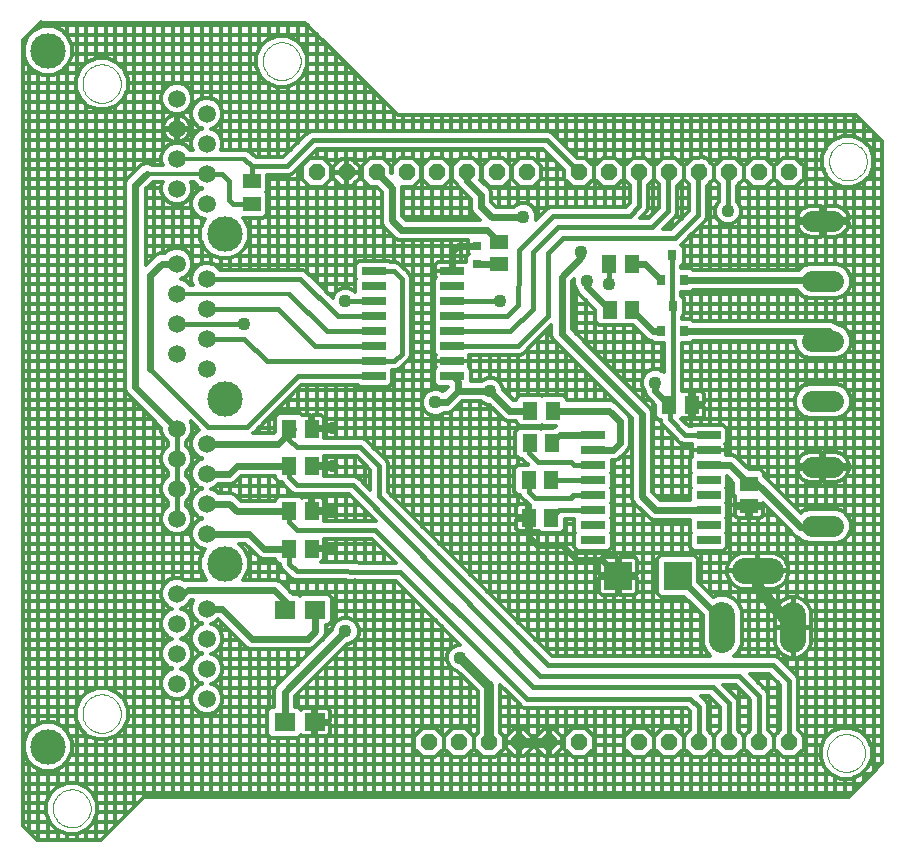
<source format=gtl>
G75*
G70*
%OFA0B0*%
%FSLAX24Y24*%
%IPPOS*%
%LPD*%
%AMOC8*
5,1,8,0,0,1.08239X$1,22.5*
%
%ADD10C,0.0000*%
%ADD11OC8,0.0555*%
%ADD12R,0.0701X0.0610*%
%ADD13C,0.0860*%
%ADD14C,0.0594*%
%ADD15R,0.0512X0.0591*%
%ADD16R,0.0800X0.0260*%
%ADD17R,0.0945X0.0945*%
%ADD18R,0.0591X0.0512*%
%ADD19R,0.0315X0.0315*%
%ADD20R,0.0315X0.0354*%
%ADD21C,0.0710*%
%ADD22C,0.0160*%
%ADD23C,0.0240*%
%ADD24C,0.0320*%
%ADD25C,0.0120*%
%ADD26C,0.0400*%
%ADD27C,0.0436*%
%ADD28C,0.1181*%
D10*
X002511Y001216D02*
X002513Y001266D01*
X002519Y001316D01*
X002529Y001365D01*
X002543Y001413D01*
X002560Y001460D01*
X002581Y001505D01*
X002606Y001549D01*
X002634Y001590D01*
X002666Y001629D01*
X002700Y001666D01*
X002737Y001700D01*
X002777Y001730D01*
X002819Y001757D01*
X002863Y001781D01*
X002909Y001802D01*
X002956Y001818D01*
X003004Y001831D01*
X003054Y001840D01*
X003103Y001845D01*
X003154Y001846D01*
X003204Y001843D01*
X003253Y001836D01*
X003302Y001825D01*
X003350Y001810D01*
X003396Y001792D01*
X003441Y001770D01*
X003484Y001744D01*
X003525Y001715D01*
X003564Y001683D01*
X003600Y001648D01*
X003632Y001610D01*
X003662Y001570D01*
X003689Y001527D01*
X003712Y001483D01*
X003731Y001437D01*
X003747Y001389D01*
X003759Y001340D01*
X003767Y001291D01*
X003771Y001241D01*
X003771Y001191D01*
X003767Y001141D01*
X003759Y001092D01*
X003747Y001043D01*
X003731Y000995D01*
X003712Y000949D01*
X003689Y000905D01*
X003662Y000862D01*
X003632Y000822D01*
X003600Y000784D01*
X003564Y000749D01*
X003525Y000717D01*
X003484Y000688D01*
X003441Y000662D01*
X003396Y000640D01*
X003350Y000622D01*
X003302Y000607D01*
X003253Y000596D01*
X003204Y000589D01*
X003154Y000586D01*
X003103Y000587D01*
X003054Y000592D01*
X003004Y000601D01*
X002956Y000614D01*
X002909Y000630D01*
X002863Y000651D01*
X002819Y000675D01*
X002777Y000702D01*
X002737Y000732D01*
X002700Y000766D01*
X002666Y000803D01*
X002634Y000842D01*
X002606Y000883D01*
X002581Y000927D01*
X002560Y000972D01*
X002543Y001019D01*
X002529Y001067D01*
X002519Y001116D01*
X002513Y001166D01*
X002511Y001216D01*
X002033Y003273D02*
X002035Y003308D01*
X002041Y003342D01*
X002050Y003375D01*
X002064Y003407D01*
X002080Y003437D01*
X002100Y003466D01*
X002124Y003491D01*
X002149Y003515D01*
X002178Y003535D01*
X002208Y003551D01*
X002240Y003565D01*
X002273Y003574D01*
X002307Y003580D01*
X002342Y003582D01*
X002377Y003580D01*
X002411Y003574D01*
X002444Y003565D01*
X002476Y003551D01*
X002506Y003535D01*
X002535Y003515D01*
X002560Y003491D01*
X002584Y003466D01*
X002604Y003437D01*
X002620Y003407D01*
X002634Y003375D01*
X002643Y003342D01*
X002649Y003308D01*
X002651Y003273D01*
X002649Y003238D01*
X002643Y003204D01*
X002634Y003171D01*
X002620Y003139D01*
X002604Y003109D01*
X002584Y003080D01*
X002560Y003055D01*
X002535Y003031D01*
X002506Y003011D01*
X002476Y002995D01*
X002444Y002981D01*
X002411Y002972D01*
X002377Y002966D01*
X002342Y002964D01*
X002307Y002966D01*
X002273Y002972D01*
X002240Y002981D01*
X002208Y002995D01*
X002178Y003011D01*
X002149Y003031D01*
X002124Y003055D01*
X002100Y003080D01*
X002080Y003109D01*
X002064Y003139D01*
X002050Y003171D01*
X002041Y003204D01*
X002035Y003238D01*
X002033Y003273D01*
X003501Y004371D02*
X003503Y004421D01*
X003509Y004471D01*
X003519Y004520D01*
X003532Y004569D01*
X003550Y004616D01*
X003571Y004662D01*
X003595Y004705D01*
X003623Y004747D01*
X003654Y004787D01*
X003688Y004824D01*
X003725Y004858D01*
X003765Y004889D01*
X003807Y004917D01*
X003850Y004941D01*
X003896Y004962D01*
X003943Y004980D01*
X003992Y004993D01*
X004041Y005003D01*
X004091Y005009D01*
X004141Y005011D01*
X004191Y005009D01*
X004241Y005003D01*
X004290Y004993D01*
X004339Y004980D01*
X004386Y004962D01*
X004432Y004941D01*
X004475Y004917D01*
X004517Y004889D01*
X004557Y004858D01*
X004594Y004824D01*
X004628Y004787D01*
X004659Y004747D01*
X004687Y004705D01*
X004711Y004662D01*
X004732Y004616D01*
X004750Y004569D01*
X004763Y004520D01*
X004773Y004471D01*
X004779Y004421D01*
X004781Y004371D01*
X004779Y004321D01*
X004773Y004271D01*
X004763Y004222D01*
X004750Y004173D01*
X004732Y004126D01*
X004711Y004080D01*
X004687Y004037D01*
X004659Y003995D01*
X004628Y003955D01*
X004594Y003918D01*
X004557Y003884D01*
X004517Y003853D01*
X004475Y003825D01*
X004432Y003801D01*
X004386Y003780D01*
X004339Y003762D01*
X004290Y003749D01*
X004241Y003739D01*
X004191Y003733D01*
X004141Y003731D01*
X004091Y003733D01*
X004041Y003739D01*
X003992Y003749D01*
X003943Y003762D01*
X003896Y003780D01*
X003850Y003801D01*
X003807Y003825D01*
X003765Y003853D01*
X003725Y003884D01*
X003688Y003918D01*
X003654Y003955D01*
X003623Y003995D01*
X003595Y004037D01*
X003571Y004080D01*
X003550Y004126D01*
X003532Y004173D01*
X003519Y004222D01*
X003509Y004271D01*
X003503Y004321D01*
X003501Y004371D01*
X007930Y009371D02*
X007932Y009406D01*
X007938Y009440D01*
X007947Y009473D01*
X007961Y009505D01*
X007977Y009535D01*
X007997Y009564D01*
X008021Y009589D01*
X008046Y009613D01*
X008075Y009633D01*
X008105Y009649D01*
X008137Y009663D01*
X008170Y009672D01*
X008204Y009678D01*
X008239Y009680D01*
X008274Y009678D01*
X008308Y009672D01*
X008341Y009663D01*
X008373Y009649D01*
X008403Y009633D01*
X008432Y009613D01*
X008457Y009589D01*
X008481Y009564D01*
X008501Y009535D01*
X008517Y009505D01*
X008531Y009473D01*
X008540Y009440D01*
X008546Y009406D01*
X008548Y009371D01*
X008546Y009336D01*
X008540Y009302D01*
X008531Y009269D01*
X008517Y009237D01*
X008501Y009207D01*
X008481Y009178D01*
X008457Y009153D01*
X008432Y009129D01*
X008403Y009109D01*
X008373Y009093D01*
X008341Y009079D01*
X008308Y009070D01*
X008274Y009064D01*
X008239Y009062D01*
X008204Y009064D01*
X008170Y009070D01*
X008137Y009079D01*
X008105Y009093D01*
X008075Y009109D01*
X008046Y009129D01*
X008021Y009153D01*
X007997Y009178D01*
X007977Y009207D01*
X007961Y009237D01*
X007947Y009269D01*
X007938Y009302D01*
X007932Y009336D01*
X007930Y009371D01*
X007930Y014871D02*
X007932Y014906D01*
X007938Y014940D01*
X007947Y014973D01*
X007961Y015005D01*
X007977Y015035D01*
X007997Y015064D01*
X008021Y015089D01*
X008046Y015113D01*
X008075Y015133D01*
X008105Y015149D01*
X008137Y015163D01*
X008170Y015172D01*
X008204Y015178D01*
X008239Y015180D01*
X008274Y015178D01*
X008308Y015172D01*
X008341Y015163D01*
X008373Y015149D01*
X008403Y015133D01*
X008432Y015113D01*
X008457Y015089D01*
X008481Y015064D01*
X008501Y015035D01*
X008517Y015005D01*
X008531Y014973D01*
X008540Y014940D01*
X008546Y014906D01*
X008548Y014871D01*
X008546Y014836D01*
X008540Y014802D01*
X008531Y014769D01*
X008517Y014737D01*
X008501Y014707D01*
X008481Y014678D01*
X008457Y014653D01*
X008432Y014629D01*
X008403Y014609D01*
X008373Y014593D01*
X008341Y014579D01*
X008308Y014570D01*
X008274Y014564D01*
X008239Y014562D01*
X008204Y014564D01*
X008170Y014570D01*
X008137Y014579D01*
X008105Y014593D01*
X008075Y014609D01*
X008046Y014629D01*
X008021Y014653D01*
X007997Y014678D01*
X007977Y014707D01*
X007961Y014737D01*
X007947Y014769D01*
X007938Y014802D01*
X007932Y014836D01*
X007930Y014871D01*
X007930Y020371D02*
X007932Y020406D01*
X007938Y020440D01*
X007947Y020473D01*
X007961Y020505D01*
X007977Y020535D01*
X007997Y020564D01*
X008021Y020589D01*
X008046Y020613D01*
X008075Y020633D01*
X008105Y020649D01*
X008137Y020663D01*
X008170Y020672D01*
X008204Y020678D01*
X008239Y020680D01*
X008274Y020678D01*
X008308Y020672D01*
X008341Y020663D01*
X008373Y020649D01*
X008403Y020633D01*
X008432Y020613D01*
X008457Y020589D01*
X008481Y020564D01*
X008501Y020535D01*
X008517Y020505D01*
X008531Y020473D01*
X008540Y020440D01*
X008546Y020406D01*
X008548Y020371D01*
X008546Y020336D01*
X008540Y020302D01*
X008531Y020269D01*
X008517Y020237D01*
X008501Y020207D01*
X008481Y020178D01*
X008457Y020153D01*
X008432Y020129D01*
X008403Y020109D01*
X008373Y020093D01*
X008341Y020079D01*
X008308Y020070D01*
X008274Y020064D01*
X008239Y020062D01*
X008204Y020064D01*
X008170Y020070D01*
X008137Y020079D01*
X008105Y020093D01*
X008075Y020109D01*
X008046Y020129D01*
X008021Y020153D01*
X007997Y020178D01*
X007977Y020207D01*
X007961Y020237D01*
X007947Y020269D01*
X007938Y020302D01*
X007932Y020336D01*
X007930Y020371D01*
X003501Y025371D02*
X003503Y025421D01*
X003509Y025471D01*
X003519Y025520D01*
X003532Y025569D01*
X003550Y025616D01*
X003571Y025662D01*
X003595Y025705D01*
X003623Y025747D01*
X003654Y025787D01*
X003688Y025824D01*
X003725Y025858D01*
X003765Y025889D01*
X003807Y025917D01*
X003850Y025941D01*
X003896Y025962D01*
X003943Y025980D01*
X003992Y025993D01*
X004041Y026003D01*
X004091Y026009D01*
X004141Y026011D01*
X004191Y026009D01*
X004241Y026003D01*
X004290Y025993D01*
X004339Y025980D01*
X004386Y025962D01*
X004432Y025941D01*
X004475Y025917D01*
X004517Y025889D01*
X004557Y025858D01*
X004594Y025824D01*
X004628Y025787D01*
X004659Y025747D01*
X004687Y025705D01*
X004711Y025662D01*
X004732Y025616D01*
X004750Y025569D01*
X004763Y025520D01*
X004773Y025471D01*
X004779Y025421D01*
X004781Y025371D01*
X004779Y025321D01*
X004773Y025271D01*
X004763Y025222D01*
X004750Y025173D01*
X004732Y025126D01*
X004711Y025080D01*
X004687Y025037D01*
X004659Y024995D01*
X004628Y024955D01*
X004594Y024918D01*
X004557Y024884D01*
X004517Y024853D01*
X004475Y024825D01*
X004432Y024801D01*
X004386Y024780D01*
X004339Y024762D01*
X004290Y024749D01*
X004241Y024739D01*
X004191Y024733D01*
X004141Y024731D01*
X004091Y024733D01*
X004041Y024739D01*
X003992Y024749D01*
X003943Y024762D01*
X003896Y024780D01*
X003850Y024801D01*
X003807Y024825D01*
X003765Y024853D01*
X003725Y024884D01*
X003688Y024918D01*
X003654Y024955D01*
X003623Y024995D01*
X003595Y025037D01*
X003571Y025080D01*
X003550Y025126D01*
X003532Y025173D01*
X003519Y025222D01*
X003509Y025271D01*
X003503Y025321D01*
X003501Y025371D01*
X002033Y026469D02*
X002035Y026504D01*
X002041Y026538D01*
X002050Y026571D01*
X002064Y026603D01*
X002080Y026633D01*
X002100Y026662D01*
X002124Y026687D01*
X002149Y026711D01*
X002178Y026731D01*
X002208Y026747D01*
X002240Y026761D01*
X002273Y026770D01*
X002307Y026776D01*
X002342Y026778D01*
X002377Y026776D01*
X002411Y026770D01*
X002444Y026761D01*
X002476Y026747D01*
X002506Y026731D01*
X002535Y026711D01*
X002560Y026687D01*
X002584Y026662D01*
X002604Y026633D01*
X002620Y026603D01*
X002634Y026571D01*
X002643Y026538D01*
X002649Y026504D01*
X002651Y026469D01*
X002649Y026434D01*
X002643Y026400D01*
X002634Y026367D01*
X002620Y026335D01*
X002604Y026305D01*
X002584Y026276D01*
X002560Y026251D01*
X002535Y026227D01*
X002506Y026207D01*
X002476Y026191D01*
X002444Y026177D01*
X002411Y026168D01*
X002377Y026162D01*
X002342Y026160D01*
X002307Y026162D01*
X002273Y026168D01*
X002240Y026177D01*
X002208Y026191D01*
X002178Y026207D01*
X002149Y026227D01*
X002124Y026251D01*
X002100Y026276D01*
X002080Y026305D01*
X002064Y026335D01*
X002050Y026367D01*
X002041Y026400D01*
X002035Y026434D01*
X002033Y026469D01*
X009511Y026121D02*
X009513Y026171D01*
X009519Y026221D01*
X009529Y026270D01*
X009543Y026318D01*
X009560Y026365D01*
X009581Y026410D01*
X009606Y026454D01*
X009634Y026495D01*
X009666Y026534D01*
X009700Y026571D01*
X009737Y026605D01*
X009777Y026635D01*
X009819Y026662D01*
X009863Y026686D01*
X009909Y026707D01*
X009956Y026723D01*
X010004Y026736D01*
X010054Y026745D01*
X010103Y026750D01*
X010154Y026751D01*
X010204Y026748D01*
X010253Y026741D01*
X010302Y026730D01*
X010350Y026715D01*
X010396Y026697D01*
X010441Y026675D01*
X010484Y026649D01*
X010525Y026620D01*
X010564Y026588D01*
X010600Y026553D01*
X010632Y026515D01*
X010662Y026475D01*
X010689Y026432D01*
X010712Y026388D01*
X010731Y026342D01*
X010747Y026294D01*
X010759Y026245D01*
X010767Y026196D01*
X010771Y026146D01*
X010771Y026096D01*
X010767Y026046D01*
X010759Y025997D01*
X010747Y025948D01*
X010731Y025900D01*
X010712Y025854D01*
X010689Y025810D01*
X010662Y025767D01*
X010632Y025727D01*
X010600Y025689D01*
X010564Y025654D01*
X010525Y025622D01*
X010484Y025593D01*
X010441Y025567D01*
X010396Y025545D01*
X010350Y025527D01*
X010302Y025512D01*
X010253Y025501D01*
X010204Y025494D01*
X010154Y025491D01*
X010103Y025492D01*
X010054Y025497D01*
X010004Y025506D01*
X009956Y025519D01*
X009909Y025535D01*
X009863Y025556D01*
X009819Y025580D01*
X009777Y025607D01*
X009737Y025637D01*
X009700Y025671D01*
X009666Y025708D01*
X009634Y025747D01*
X009606Y025788D01*
X009581Y025832D01*
X009560Y025877D01*
X009543Y025924D01*
X009529Y025972D01*
X009519Y026021D01*
X009513Y026071D01*
X009511Y026121D01*
X028385Y022776D02*
X028387Y022826D01*
X028393Y022876D01*
X028403Y022925D01*
X028417Y022973D01*
X028434Y023020D01*
X028455Y023065D01*
X028480Y023109D01*
X028508Y023150D01*
X028540Y023189D01*
X028574Y023226D01*
X028611Y023260D01*
X028651Y023290D01*
X028693Y023317D01*
X028737Y023341D01*
X028783Y023362D01*
X028830Y023378D01*
X028878Y023391D01*
X028928Y023400D01*
X028977Y023405D01*
X029028Y023406D01*
X029078Y023403D01*
X029127Y023396D01*
X029176Y023385D01*
X029224Y023370D01*
X029270Y023352D01*
X029315Y023330D01*
X029358Y023304D01*
X029399Y023275D01*
X029438Y023243D01*
X029474Y023208D01*
X029506Y023170D01*
X029536Y023130D01*
X029563Y023087D01*
X029586Y023043D01*
X029605Y022997D01*
X029621Y022949D01*
X029633Y022900D01*
X029641Y022851D01*
X029645Y022801D01*
X029645Y022751D01*
X029641Y022701D01*
X029633Y022652D01*
X029621Y022603D01*
X029605Y022555D01*
X029586Y022509D01*
X029563Y022465D01*
X029536Y022422D01*
X029506Y022382D01*
X029474Y022344D01*
X029438Y022309D01*
X029399Y022277D01*
X029358Y022248D01*
X029315Y022222D01*
X029270Y022200D01*
X029224Y022182D01*
X029176Y022167D01*
X029127Y022156D01*
X029078Y022149D01*
X029028Y022146D01*
X028977Y022147D01*
X028928Y022152D01*
X028878Y022161D01*
X028830Y022174D01*
X028783Y022190D01*
X028737Y022211D01*
X028693Y022235D01*
X028651Y022262D01*
X028611Y022292D01*
X028574Y022326D01*
X028540Y022363D01*
X028508Y022402D01*
X028480Y022443D01*
X028455Y022487D01*
X028434Y022532D01*
X028417Y022579D01*
X028403Y022627D01*
X028393Y022676D01*
X028387Y022726D01*
X028385Y022776D01*
X028322Y003058D02*
X028324Y003108D01*
X028330Y003158D01*
X028340Y003207D01*
X028354Y003255D01*
X028371Y003302D01*
X028392Y003347D01*
X028417Y003391D01*
X028445Y003432D01*
X028477Y003471D01*
X028511Y003508D01*
X028548Y003542D01*
X028588Y003572D01*
X028630Y003599D01*
X028674Y003623D01*
X028720Y003644D01*
X028767Y003660D01*
X028815Y003673D01*
X028865Y003682D01*
X028914Y003687D01*
X028965Y003688D01*
X029015Y003685D01*
X029064Y003678D01*
X029113Y003667D01*
X029161Y003652D01*
X029207Y003634D01*
X029252Y003612D01*
X029295Y003586D01*
X029336Y003557D01*
X029375Y003525D01*
X029411Y003490D01*
X029443Y003452D01*
X029473Y003412D01*
X029500Y003369D01*
X029523Y003325D01*
X029542Y003279D01*
X029558Y003231D01*
X029570Y003182D01*
X029578Y003133D01*
X029582Y003083D01*
X029582Y003033D01*
X029578Y002983D01*
X029570Y002934D01*
X029558Y002885D01*
X029542Y002837D01*
X029523Y002791D01*
X029500Y002747D01*
X029473Y002704D01*
X029443Y002664D01*
X029411Y002626D01*
X029375Y002591D01*
X029336Y002559D01*
X029295Y002530D01*
X029252Y002504D01*
X029207Y002482D01*
X029161Y002464D01*
X029113Y002449D01*
X029064Y002438D01*
X029015Y002431D01*
X028965Y002428D01*
X028914Y002429D01*
X028865Y002434D01*
X028815Y002443D01*
X028767Y002456D01*
X028720Y002472D01*
X028674Y002493D01*
X028630Y002517D01*
X028588Y002544D01*
X028548Y002574D01*
X028511Y002608D01*
X028477Y002645D01*
X028445Y002684D01*
X028417Y002725D01*
X028392Y002769D01*
X028371Y002814D01*
X028354Y002861D01*
X028340Y002909D01*
X028330Y002958D01*
X028324Y003008D01*
X028322Y003058D01*
D11*
X027051Y003410D03*
X026051Y003410D03*
X025051Y003410D03*
X024051Y003410D03*
X023051Y003410D03*
X022051Y003410D03*
X020051Y003410D03*
X019051Y003410D03*
X018051Y003410D03*
X017051Y003410D03*
X016051Y003410D03*
X015051Y003410D03*
X015301Y022410D03*
X014301Y022410D03*
X013301Y022410D03*
X012301Y022410D03*
X011301Y022410D03*
X016301Y022410D03*
X017301Y022410D03*
X018301Y022410D03*
X020051Y022410D03*
X021051Y022410D03*
X022051Y022410D03*
X023051Y022410D03*
X024051Y022410D03*
X025051Y022410D03*
X026051Y022410D03*
X027051Y022410D03*
D12*
X011234Y007836D03*
X010234Y007836D03*
X010234Y004080D03*
X011234Y004080D03*
D13*
X024825Y006811D02*
X024825Y007671D01*
X025576Y009131D02*
X026436Y009131D01*
X027187Y007671D02*
X027187Y006811D01*
D14*
X007641Y006871D03*
X007641Y005871D03*
X007641Y004871D03*
X006641Y005371D03*
X006641Y006371D03*
X006641Y007371D03*
X006641Y008371D03*
X007641Y007871D03*
X007641Y010371D03*
X007641Y011371D03*
X007641Y012371D03*
X007641Y013371D03*
X006641Y013871D03*
X006641Y012871D03*
X006641Y011871D03*
X006641Y010871D03*
X007641Y015871D03*
X007641Y016871D03*
X007641Y017871D03*
X007641Y018871D03*
X006641Y019371D03*
X006641Y018371D03*
X006641Y017371D03*
X006641Y016371D03*
X007641Y021371D03*
X007641Y022371D03*
X007641Y023371D03*
X007641Y024371D03*
X006641Y024871D03*
X006641Y023871D03*
X006641Y022871D03*
X006641Y021871D03*
D15*
X010392Y013871D03*
X011140Y013871D03*
X011140Y012621D03*
X010392Y012621D03*
X010392Y011121D03*
X011140Y011121D03*
X011140Y009871D03*
X010392Y009871D03*
X018369Y010899D03*
X019117Y010899D03*
X019117Y012158D03*
X018369Y012158D03*
X018409Y013379D03*
X019157Y013379D03*
X019176Y014471D03*
X018428Y014471D03*
X021076Y017828D03*
X021824Y017828D03*
X021814Y019353D03*
X021066Y019353D03*
X023064Y014668D03*
X023812Y014668D03*
D16*
X024374Y013652D03*
X024374Y013152D03*
X024374Y012652D03*
X024374Y012152D03*
X024374Y011652D03*
X024374Y011152D03*
X024374Y010652D03*
X024374Y010152D03*
X020514Y010152D03*
X020514Y010652D03*
X020514Y011152D03*
X020514Y011652D03*
X020514Y012152D03*
X020514Y012652D03*
X020514Y013152D03*
X020514Y013652D03*
X015821Y015621D03*
X015821Y016121D03*
X015821Y016621D03*
X015821Y017121D03*
X015821Y017621D03*
X015821Y018121D03*
X015821Y018621D03*
X015821Y019121D03*
X013211Y019121D03*
X013211Y018621D03*
X013211Y018121D03*
X013211Y017621D03*
X013211Y017121D03*
X013211Y016621D03*
X013211Y016121D03*
X013211Y015621D03*
D17*
X021365Y008965D03*
X023334Y008965D03*
D18*
X025712Y011292D03*
X025712Y012040D03*
X017395Y019353D03*
X017395Y020101D03*
X009141Y021372D03*
X009141Y022120D03*
D19*
X016666Y019944D03*
X016666Y019353D03*
D20*
X022789Y018822D03*
X023537Y018822D03*
X023163Y019649D03*
X023172Y017946D03*
X022798Y017119D03*
X023546Y017119D03*
D21*
X027823Y016788D02*
X028533Y016788D01*
X028533Y014788D02*
X027823Y014788D01*
X027819Y012591D02*
X028529Y012591D01*
X028529Y010623D02*
X027819Y010623D01*
X027823Y018788D02*
X028533Y018788D01*
X028533Y020788D02*
X027823Y020788D01*
D22*
X028178Y018788D02*
X028696Y018822D01*
X025016Y021121D02*
X025016Y022375D01*
X025051Y022410D01*
X024141Y022371D02*
X024141Y022621D01*
X024016Y022496D01*
X024016Y020996D01*
X023249Y020229D01*
X019531Y020229D01*
X019016Y019714D01*
X019016Y017621D01*
X018016Y016621D01*
X015821Y016621D01*
X015821Y017121D02*
X017766Y017121D01*
X018516Y017871D01*
X018516Y019766D01*
X019353Y020603D01*
X022498Y020603D01*
X023016Y021121D01*
X023016Y022246D01*
X023141Y022371D01*
X023101Y022410D01*
X023051Y022410D01*
X022051Y022410D02*
X022051Y021281D01*
X021737Y020967D01*
X019176Y020967D01*
X018036Y019827D01*
X018036Y019291D01*
X018016Y017996D01*
X017641Y017621D01*
X015821Y017621D01*
X016391Y017621D01*
X015821Y018121D02*
X017391Y018121D01*
X017408Y018118D01*
X015821Y016121D02*
X015766Y016121D01*
X015821Y015621D02*
X016016Y015426D01*
X014141Y016371D02*
X013891Y016121D01*
X013211Y016121D01*
X009641Y016121D01*
X008891Y016871D01*
X007641Y016871D01*
X007641Y017871D02*
X010016Y017871D01*
X011266Y016621D01*
X013211Y016621D01*
X013211Y017121D02*
X011641Y017121D01*
X010391Y018371D01*
X010766Y018871D02*
X012016Y017621D01*
X013211Y017621D01*
X012766Y017621D01*
X013211Y018121D02*
X012266Y018121D01*
X013211Y019121D02*
X013891Y019121D01*
X014141Y018871D01*
X014141Y016371D01*
X013211Y015621D02*
X010670Y015621D01*
X008989Y013940D01*
X007697Y013940D01*
X005766Y015871D01*
X006641Y017371D02*
X008891Y017371D01*
X007641Y018871D02*
X010766Y018871D01*
X009141Y021372D02*
X008515Y021372D01*
X008391Y021496D01*
X008391Y022121D01*
X008141Y022371D01*
X007641Y022371D01*
X008892Y022870D02*
X009141Y022621D01*
X009141Y022120D01*
X009141Y022576D01*
X009176Y022611D01*
X010308Y022611D01*
X011184Y023487D01*
X018975Y023487D01*
X020051Y022410D01*
X019918Y022410D01*
X018192Y020938D02*
X018172Y020918D01*
X016301Y022140D02*
X016301Y022410D01*
X012301Y022406D02*
X012266Y022371D01*
X006641Y019371D02*
X006391Y019371D01*
X006641Y013871D02*
X006516Y013746D01*
X006641Y013871D02*
X006641Y012871D01*
X006641Y011871D01*
X006641Y010871D01*
X007016Y008496D02*
X006891Y008371D01*
X006641Y008371D01*
X010234Y007839D02*
X010234Y007836D01*
X010234Y007839D02*
X010266Y007871D01*
X010266Y008121D01*
X011234Y007839D02*
X011234Y007836D01*
X011234Y007839D02*
X011266Y007871D01*
X010641Y009121D02*
X010391Y009371D01*
X010391Y009871D01*
X010392Y009871D01*
X010516Y009871D01*
X011140Y009871D02*
X011789Y009871D01*
X011794Y009865D01*
X010641Y010496D02*
X013266Y010496D01*
X018516Y005246D01*
X024516Y005246D01*
X025051Y004711D01*
X025051Y003410D01*
X024051Y003410D02*
X024051Y004586D01*
X023766Y004871D01*
X018325Y004851D01*
X014075Y009101D01*
X010641Y009121D01*
X010641Y010496D02*
X010391Y010746D01*
X010391Y010996D01*
X010516Y011121D01*
X010392Y011121D01*
X011140Y011121D02*
X011779Y011121D01*
X011794Y011105D01*
X012516Y011996D02*
X010641Y011996D01*
X010391Y012246D01*
X010391Y012496D01*
X010516Y012621D01*
X010392Y012621D01*
X010641Y013246D02*
X012766Y013246D01*
X013391Y012621D01*
X013391Y011621D01*
X019016Y005996D01*
X026516Y005996D01*
X027051Y005461D01*
X027051Y003410D01*
X026051Y003410D02*
X026051Y004961D01*
X025391Y005621D01*
X018766Y005621D01*
X012516Y011996D01*
X011834Y012631D02*
X011150Y012631D01*
X011140Y012621D01*
X010641Y013246D02*
X010391Y013496D01*
X010391Y013871D01*
X010392Y013871D01*
X010516Y013871D01*
X010391Y013871D01*
X011140Y013871D02*
X011824Y013871D01*
X011834Y013881D01*
X018399Y013369D02*
X018399Y013054D01*
X018694Y012759D01*
X019787Y012759D01*
X019893Y012652D01*
X020514Y012652D01*
X020514Y012152D02*
X019123Y012152D01*
X019117Y012158D01*
X018369Y012158D02*
X018369Y011774D01*
X018576Y011568D01*
X019777Y011568D01*
X019861Y011652D01*
X020514Y011652D01*
X020514Y011152D02*
X019371Y011152D01*
X019117Y010899D01*
X019157Y013379D02*
X019430Y013652D01*
X018409Y013379D02*
X018399Y013369D01*
X023074Y014176D02*
X023074Y014619D01*
X023035Y014658D01*
X023064Y014668D02*
X023172Y014776D01*
X023172Y017946D01*
X023163Y017956D01*
X023163Y019649D01*
X021066Y019353D02*
X021066Y018694D01*
X021056Y018684D01*
X020318Y018782D02*
X020318Y018586D01*
X020131Y019599D02*
X020131Y019757D01*
X024051Y022410D02*
X024101Y022410D01*
X024141Y022371D01*
X023074Y014176D02*
X023598Y013652D01*
X024374Y013652D01*
X024362Y011164D02*
X024374Y011152D01*
X024788Y007351D02*
X024825Y007241D01*
X019051Y003410D02*
X019047Y003406D01*
X018055Y003410D02*
X018051Y003406D01*
X018051Y003410D01*
X018051Y003406D02*
X018016Y003371D01*
X011234Y003902D02*
X011234Y004080D01*
D23*
X010234Y004080D02*
X010234Y005089D01*
X012266Y007121D01*
X011266Y007121D02*
X011266Y007871D01*
X011266Y007121D02*
X011016Y006871D01*
X009141Y006871D01*
X008141Y007871D01*
X007641Y007871D01*
X007016Y008496D02*
X009891Y008496D01*
X010266Y008121D01*
X010391Y009871D02*
X009560Y009871D01*
X009060Y010371D01*
X007641Y010371D01*
X008641Y011121D02*
X010392Y011121D01*
X010392Y012621D02*
X008641Y012621D01*
X008391Y012371D01*
X007641Y012371D01*
X007641Y011371D02*
X008391Y011371D01*
X008641Y011121D01*
X007641Y013371D02*
X010016Y013371D01*
X010516Y013871D01*
X006641Y013871D02*
X005266Y015246D01*
X005266Y021996D01*
X005641Y022371D01*
X006141Y019371D02*
X005766Y018996D01*
X005766Y015871D01*
X006141Y019371D02*
X006391Y019371D01*
X013301Y022410D02*
X013812Y021899D01*
X013812Y020810D01*
X014127Y020495D01*
X016981Y020495D01*
X017375Y020101D01*
X017395Y020101D01*
X017395Y019353D02*
X016666Y019353D01*
X016666Y019944D02*
X016017Y019944D01*
X015820Y019747D01*
X015820Y019122D01*
X015821Y019121D01*
X017139Y020918D02*
X018172Y020918D01*
X017139Y020918D02*
X016785Y021273D01*
X016785Y021656D01*
X016301Y022140D01*
X019472Y018940D02*
X019472Y017040D01*
X022141Y014371D01*
X022141Y011621D01*
X022598Y011164D01*
X024362Y011164D01*
X025712Y012040D02*
X025100Y012652D01*
X024374Y012652D01*
X025712Y012040D02*
X025993Y012040D01*
X027448Y010585D01*
X027414Y010584D01*
X027448Y010585D02*
X028174Y010623D01*
X024788Y007512D02*
X023334Y008965D01*
X024788Y007512D02*
X024788Y007351D01*
X021365Y008965D02*
X020830Y009501D01*
X019983Y009501D01*
X019491Y009993D01*
X018645Y009993D01*
X018369Y010269D01*
X018369Y010899D01*
X020514Y013152D02*
X021184Y013152D01*
X021411Y013379D01*
X021411Y014127D01*
X021066Y014471D01*
X019176Y014471D01*
X018428Y014471D02*
X017729Y014471D01*
X017090Y015111D01*
X017080Y015121D01*
X016016Y015121D01*
X016016Y015426D01*
X016016Y015121D02*
X015641Y014746D01*
X015266Y014746D01*
X019430Y013652D02*
X020514Y013652D01*
X022592Y015141D02*
X023064Y014668D01*
X022592Y015141D02*
X022592Y015406D01*
X022533Y017119D02*
X021824Y017828D01*
X021076Y017828D02*
X020318Y018586D01*
X019472Y018940D02*
X020131Y019599D01*
X021814Y019353D02*
X022257Y019353D01*
X022789Y018822D01*
X023537Y018822D02*
X028696Y018822D01*
X028399Y017119D02*
X028178Y016788D01*
X028399Y017119D02*
X023546Y017119D01*
X022798Y017119D02*
X022533Y017119D01*
D24*
X016096Y006233D02*
X017051Y005277D01*
X017051Y003410D01*
X018051Y003406D02*
X019047Y003406D01*
D25*
X001529Y000613D02*
X001529Y026834D01*
X002109Y027414D01*
X002149Y027404D01*
X010918Y027404D01*
X014009Y024314D01*
X029294Y024314D01*
X030151Y023458D01*
X030151Y002710D01*
X029039Y001597D01*
X005544Y001597D01*
X004117Y000170D01*
X001972Y000170D01*
X001529Y000613D01*
X001529Y000761D02*
X002410Y000761D01*
X002420Y000735D02*
X002659Y000496D01*
X002972Y000366D01*
X003310Y000366D01*
X003622Y000496D01*
X003861Y000735D01*
X003991Y001047D01*
X003991Y001385D01*
X003861Y001698D01*
X003622Y001937D01*
X003310Y002066D01*
X002972Y002066D01*
X002659Y001937D01*
X002420Y001698D01*
X002291Y001385D01*
X002291Y001047D01*
X002420Y000735D01*
X002351Y000903D02*
X002351Y000170D01*
X002671Y000170D02*
X002671Y000491D01*
X002792Y000441D02*
X001701Y000441D01*
X001711Y000431D02*
X001711Y002759D01*
X001658Y002811D02*
X001886Y002583D01*
X002184Y002460D01*
X002507Y002460D01*
X002805Y002583D01*
X003033Y002811D01*
X003156Y003109D01*
X003156Y003432D01*
X003033Y003730D01*
X002805Y003958D01*
X002507Y004081D01*
X002184Y004081D01*
X001886Y003958D01*
X001658Y003730D01*
X001535Y003432D01*
X001535Y003109D01*
X001658Y002811D01*
X001529Y002681D02*
X001789Y002681D01*
X002031Y002524D02*
X002031Y000170D01*
X002291Y001081D02*
X001529Y001081D01*
X001529Y001401D02*
X002297Y001401D01*
X002351Y001530D02*
X002351Y002460D01*
X002671Y002528D02*
X002671Y001942D01*
X002911Y002041D02*
X001529Y002041D01*
X001529Y002361D02*
X028447Y002361D01*
X028470Y002337D02*
X028783Y002208D01*
X029121Y002208D01*
X029433Y002337D01*
X029672Y002576D01*
X029802Y002889D01*
X029802Y003227D01*
X029672Y003539D01*
X029433Y003778D01*
X029121Y003908D01*
X028783Y003908D01*
X028470Y003778D01*
X028231Y003539D01*
X028102Y003227D01*
X028102Y002889D01*
X028231Y002576D01*
X028470Y002337D01*
X028591Y002288D02*
X028591Y001597D01*
X028911Y001597D02*
X028911Y002208D01*
X029231Y002254D02*
X029231Y001790D01*
X029162Y001721D02*
X003838Y001721D01*
X003951Y001482D02*
X003951Y003519D01*
X003970Y003511D02*
X004312Y003511D01*
X004628Y003642D01*
X004870Y003884D01*
X005001Y004200D01*
X005001Y004542D01*
X004870Y004858D01*
X004628Y005100D01*
X004312Y005231D01*
X003970Y005231D01*
X003654Y005100D01*
X003412Y004858D01*
X003281Y004542D01*
X003281Y004200D01*
X003412Y003884D01*
X003654Y003642D01*
X003970Y003511D01*
X004271Y003511D02*
X004271Y000324D01*
X004388Y000441D02*
X003490Y000441D01*
X003631Y000504D02*
X003631Y000170D01*
X003311Y000170D02*
X003311Y000367D01*
X002991Y000366D02*
X002991Y000170D01*
X003872Y000761D02*
X004708Y000761D01*
X004591Y000644D02*
X004591Y003627D01*
X004625Y003641D02*
X009706Y003641D01*
X009711Y003636D02*
X009711Y001597D01*
X009391Y001597D02*
X009391Y006531D01*
X009073Y006531D02*
X010948Y006531D01*
X011084Y006531D01*
X011208Y006583D01*
X011458Y006833D01*
X011554Y006928D01*
X011606Y007053D01*
X011606Y007310D01*
X011676Y007310D01*
X011805Y007439D01*
X011805Y008232D01*
X011676Y008361D01*
X010793Y008361D01*
X010734Y008302D01*
X010676Y008361D01*
X010507Y008361D01*
X010083Y008784D01*
X009959Y008836D01*
X009823Y008836D01*
X008851Y008836D01*
X008928Y008914D01*
X009052Y009212D01*
X009052Y009534D01*
X008928Y009832D01*
X008729Y010031D01*
X008919Y010031D01*
X009368Y009583D01*
X009492Y009531D01*
X009628Y009531D01*
X009916Y009531D01*
X009916Y009485D01*
X010045Y009356D01*
X010091Y009356D01*
X010091Y009311D01*
X010137Y009201D01*
X010221Y009117D01*
X010427Y008910D01*
X010469Y008868D01*
X010470Y008867D01*
X010471Y008867D01*
X010527Y008844D01*
X010579Y008821D01*
X010580Y008821D01*
X010581Y008821D01*
X010641Y008821D01*
X013950Y008802D01*
X016081Y006671D01*
X016008Y006671D01*
X015847Y006605D01*
X015724Y006481D01*
X015657Y006320D01*
X015657Y006146D01*
X015724Y005985D01*
X015847Y005862D01*
X015988Y005804D01*
X016671Y005120D01*
X016671Y003734D01*
X016554Y003616D01*
X016554Y003204D01*
X016845Y002913D01*
X017257Y002913D01*
X017549Y003204D01*
X017549Y003616D01*
X017431Y003734D01*
X017431Y005202D01*
X017431Y005321D01*
X018071Y004681D01*
X018071Y004680D01*
X018111Y004641D01*
X018155Y004597D01*
X018156Y004597D01*
X018156Y004596D01*
X018209Y004575D01*
X018265Y004551D01*
X018266Y004551D01*
X018321Y004551D01*
X018385Y004551D01*
X018385Y004551D01*
X023642Y004571D01*
X023751Y004461D01*
X023751Y003814D01*
X023554Y003616D01*
X023554Y003204D01*
X023845Y002913D01*
X024257Y002913D01*
X024549Y003204D01*
X024549Y003616D01*
X024351Y003814D01*
X024351Y004526D01*
X024351Y004645D01*
X024306Y004755D01*
X024115Y004946D01*
X024392Y004946D01*
X024751Y004586D01*
X024751Y003814D01*
X024554Y003616D01*
X024554Y003204D01*
X024845Y002913D01*
X025257Y002913D01*
X025549Y003204D01*
X025549Y003616D01*
X025351Y003814D01*
X025351Y004651D01*
X025351Y004770D01*
X025306Y004880D01*
X024865Y005321D01*
X025267Y005321D01*
X025751Y004836D01*
X025751Y003814D01*
X025554Y003616D01*
X025554Y003204D01*
X025845Y002913D01*
X026257Y002913D01*
X026549Y003204D01*
X026549Y003616D01*
X026351Y003814D01*
X026351Y004901D01*
X026351Y005020D01*
X026306Y005130D01*
X025740Y005696D01*
X026392Y005696D01*
X026751Y005336D01*
X026751Y003814D01*
X026554Y003616D01*
X026554Y003204D01*
X026845Y002913D01*
X027257Y002913D01*
X027549Y003204D01*
X027549Y003616D01*
X027351Y003814D01*
X027351Y005520D01*
X027306Y005630D01*
X027221Y005715D01*
X026770Y006166D01*
X026686Y006250D01*
X026576Y006296D01*
X025229Y006296D01*
X025376Y006443D01*
X025475Y006682D01*
X025475Y007800D01*
X025376Y008039D01*
X025193Y008222D01*
X024954Y008321D01*
X024696Y008321D01*
X024528Y008252D01*
X024026Y008754D01*
X024026Y009529D01*
X023897Y009658D01*
X022770Y009658D01*
X022641Y009529D01*
X022641Y008402D01*
X022770Y008273D01*
X023545Y008273D01*
X024175Y007643D01*
X024175Y006682D01*
X024274Y006443D01*
X024421Y006296D01*
X019140Y006296D01*
X013691Y011745D01*
X013691Y012561D01*
X013691Y012681D01*
X013645Y012791D01*
X013020Y013416D01*
X012936Y013500D01*
X012826Y013546D01*
X011556Y013546D01*
X011556Y013811D01*
X011200Y013811D01*
X011200Y013931D01*
X011556Y013931D01*
X011556Y014232D01*
X011462Y014326D01*
X011200Y014326D01*
X011200Y013931D01*
X011080Y013931D01*
X011080Y014326D01*
X010818Y014326D01*
X010808Y014317D01*
X010739Y014386D01*
X010045Y014386D01*
X009916Y014257D01*
X009916Y013752D01*
X009875Y013711D01*
X009185Y013711D01*
X009244Y013770D01*
X010795Y015321D01*
X012670Y015321D01*
X012720Y015271D01*
X013702Y015271D01*
X013831Y015400D01*
X013831Y015821D01*
X013951Y015821D01*
X014061Y015867D01*
X014145Y015951D01*
X014395Y016201D01*
X014441Y016311D01*
X014441Y016431D01*
X014441Y018931D01*
X014395Y019041D01*
X014311Y019125D01*
X014061Y019375D01*
X013951Y019421D01*
X013831Y019421D01*
X013752Y019421D01*
X013702Y019471D01*
X012720Y019471D01*
X012591Y019342D01*
X012591Y022081D01*
X012482Y021973D02*
X012739Y022229D01*
X012739Y022391D01*
X012320Y022391D01*
X012320Y021973D01*
X012482Y021973D01*
X012282Y021973D02*
X012282Y022391D01*
X011864Y022391D01*
X011864Y022229D01*
X012120Y021973D01*
X012282Y021973D01*
X012271Y021973D02*
X012271Y018559D01*
X012353Y018559D02*
X012179Y018559D01*
X012018Y018492D01*
X011894Y018369D01*
X011835Y018226D01*
X010936Y019125D01*
X010826Y019171D01*
X010706Y019171D01*
X008072Y019171D01*
X007934Y019309D01*
X007744Y019388D01*
X007538Y019388D01*
X007348Y019309D01*
X007202Y019164D01*
X007124Y018974D01*
X007124Y018768D01*
X007172Y018651D01*
X007085Y018651D01*
X007079Y018664D01*
X006934Y018809D01*
X006785Y018871D01*
X006934Y018933D01*
X007079Y019078D01*
X007158Y019268D01*
X007158Y019474D01*
X007079Y019664D01*
X006934Y019809D01*
X006744Y019888D01*
X006538Y019888D01*
X006348Y019809D01*
X006250Y019711D01*
X006073Y019711D01*
X005948Y019659D01*
X005853Y019564D01*
X005853Y019563D01*
X005606Y019317D01*
X005606Y021855D01*
X005842Y022091D01*
X006172Y022091D01*
X006124Y021974D01*
X006124Y021768D01*
X006202Y021578D01*
X006348Y021433D01*
X006538Y021354D01*
X006744Y021354D01*
X006934Y021433D01*
X007079Y021578D01*
X007158Y021768D01*
X007158Y021974D01*
X007109Y022091D01*
X007197Y022091D01*
X007202Y022078D01*
X007348Y021933D01*
X007497Y021871D01*
X007348Y021809D01*
X007202Y021664D01*
X007124Y021474D01*
X007124Y021268D01*
X007202Y021078D01*
X007348Y020933D01*
X007538Y020854D01*
X007592Y020854D01*
X007554Y020816D01*
X007431Y020518D01*
X007431Y020196D01*
X007554Y019898D01*
X007782Y019670D01*
X008080Y019547D01*
X008402Y019547D01*
X008700Y019670D01*
X008928Y019898D01*
X009052Y020196D01*
X009052Y020518D01*
X008928Y020816D01*
X008849Y020896D01*
X009527Y020896D01*
X009656Y021025D01*
X009656Y021719D01*
X009629Y021746D01*
X009656Y021773D01*
X009656Y022311D01*
X010248Y022311D01*
X010368Y022311D01*
X010478Y022357D01*
X011308Y023187D01*
X018850Y023187D01*
X019554Y022484D01*
X019554Y022204D01*
X019845Y021913D01*
X020257Y021913D01*
X020549Y022204D01*
X020549Y022616D01*
X020257Y022908D01*
X019978Y022908D01*
X019144Y023741D01*
X019034Y023787D01*
X018915Y023787D01*
X011124Y023787D01*
X011014Y023741D01*
X010930Y023657D01*
X010184Y022911D01*
X009275Y022911D01*
X009062Y023124D01*
X008952Y023170D01*
X008832Y023170D01*
X008784Y023150D01*
X008109Y023150D01*
X008158Y023268D01*
X008158Y023474D01*
X008079Y023664D01*
X007934Y023809D01*
X007785Y023871D01*
X007934Y023933D01*
X008079Y024078D01*
X008158Y024268D01*
X008158Y024474D01*
X008079Y024664D01*
X007934Y024809D01*
X007744Y024888D01*
X007538Y024888D01*
X007348Y024809D01*
X007202Y024664D01*
X007124Y024474D01*
X007124Y024268D01*
X007202Y024078D01*
X007348Y023933D01*
X007497Y023871D01*
X007348Y023809D01*
X007202Y023664D01*
X007124Y023474D01*
X007124Y023268D01*
X007173Y023150D01*
X007085Y023150D01*
X007079Y023164D01*
X006934Y023309D01*
X006744Y023388D01*
X006538Y023388D01*
X006348Y023309D01*
X006202Y023164D01*
X006124Y022974D01*
X006124Y022768D01*
X006172Y022651D01*
X005842Y022651D01*
X005833Y022659D01*
X005709Y022711D01*
X005573Y022711D01*
X005448Y022659D01*
X005073Y022284D01*
X004978Y022189D01*
X004926Y022064D01*
X004926Y015178D01*
X004978Y015053D01*
X005073Y014958D01*
X005073Y014958D01*
X006124Y013907D01*
X006124Y013768D01*
X006202Y013578D01*
X006341Y013440D01*
X006341Y013302D01*
X006202Y013164D01*
X006124Y012974D01*
X006124Y012768D01*
X006202Y012578D01*
X006341Y012440D01*
X006341Y012302D01*
X006202Y012164D01*
X006124Y011974D01*
X006124Y011768D01*
X006202Y011578D01*
X006341Y011440D01*
X006341Y011302D01*
X006202Y011164D01*
X006124Y010974D01*
X006124Y010768D01*
X006202Y010578D01*
X006348Y010433D01*
X006538Y010354D01*
X006744Y010354D01*
X006934Y010433D01*
X007079Y010578D01*
X007158Y010768D01*
X007158Y010974D01*
X007079Y011164D01*
X006941Y011302D01*
X006941Y011440D01*
X007079Y011578D01*
X007158Y011768D01*
X007158Y011974D01*
X007079Y012164D01*
X006941Y012302D01*
X006941Y012440D01*
X007079Y012578D01*
X007158Y012768D01*
X007158Y012974D01*
X007079Y013164D01*
X006941Y013302D01*
X006941Y013440D01*
X007079Y013578D01*
X007158Y013768D01*
X007158Y013974D01*
X007101Y014112D01*
X007387Y013826D01*
X007348Y013809D01*
X007202Y013664D01*
X007124Y013474D01*
X007124Y013268D01*
X007202Y013078D01*
X007348Y012933D01*
X007497Y012871D01*
X007348Y012809D01*
X007202Y012664D01*
X007124Y012474D01*
X007124Y012268D01*
X007202Y012078D01*
X007348Y011933D01*
X007497Y011871D01*
X007348Y011809D01*
X007202Y011664D01*
X007124Y011474D01*
X007124Y011268D01*
X007202Y011078D01*
X007348Y010933D01*
X007497Y010871D01*
X007348Y010809D01*
X007202Y010664D01*
X007124Y010474D01*
X007124Y010268D01*
X007202Y010078D01*
X007348Y009933D01*
X007538Y009854D01*
X007576Y009854D01*
X007554Y009832D01*
X007431Y009534D01*
X007431Y009212D01*
X007554Y008914D01*
X007632Y008836D01*
X006948Y008836D01*
X006909Y008820D01*
X006744Y008888D01*
X006538Y008888D01*
X006348Y008809D01*
X006202Y008664D01*
X006124Y008474D01*
X006124Y008268D01*
X006202Y008078D01*
X006348Y007933D01*
X006497Y007871D01*
X006348Y007809D01*
X006202Y007664D01*
X006124Y007474D01*
X006124Y007268D01*
X006202Y007078D01*
X006348Y006933D01*
X006497Y006871D01*
X006348Y006809D01*
X006202Y006664D01*
X006124Y006474D01*
X006124Y006268D01*
X006202Y006078D01*
X006348Y005933D01*
X006497Y005871D01*
X006348Y005809D01*
X006202Y005664D01*
X006124Y005474D01*
X006124Y005268D01*
X006202Y005078D01*
X006348Y004933D01*
X006538Y004854D01*
X006744Y004854D01*
X006934Y004933D01*
X007079Y005078D01*
X007158Y005268D01*
X007158Y005474D01*
X007079Y005664D01*
X006934Y005809D01*
X006785Y005871D01*
X006934Y005933D01*
X007079Y006078D01*
X007158Y006268D01*
X007158Y006474D01*
X007079Y006664D01*
X006934Y006809D01*
X006785Y006871D01*
X006934Y006933D01*
X007079Y007078D01*
X007158Y007268D01*
X007158Y007474D01*
X007079Y007664D01*
X006934Y007809D01*
X006785Y007871D01*
X006934Y007933D01*
X007079Y008078D01*
X007112Y008156D01*
X007199Y008156D01*
X007124Y007974D01*
X007124Y007768D01*
X007202Y007578D01*
X007348Y007433D01*
X007497Y007371D01*
X007348Y007309D01*
X007202Y007164D01*
X007124Y006974D01*
X007124Y006768D01*
X007202Y006578D01*
X007348Y006433D01*
X007497Y006371D01*
X007348Y006309D01*
X007202Y006164D01*
X007124Y005974D01*
X007124Y005768D01*
X007202Y005578D01*
X007348Y005433D01*
X007497Y005371D01*
X007348Y005309D01*
X007202Y005164D01*
X007124Y004974D01*
X007124Y004768D01*
X007202Y004578D01*
X007348Y004433D01*
X007538Y004354D01*
X007744Y004354D01*
X007934Y004433D01*
X008079Y004578D01*
X008158Y004768D01*
X008158Y004974D01*
X008079Y005164D01*
X007934Y005309D01*
X007785Y005371D01*
X007934Y005433D01*
X008079Y005578D01*
X008158Y005768D01*
X008158Y005974D01*
X008079Y006164D01*
X007934Y006309D01*
X007785Y006371D01*
X007934Y006433D01*
X008079Y006578D01*
X008158Y006768D01*
X008158Y006974D01*
X008079Y007164D01*
X007934Y007309D01*
X007785Y007371D01*
X007934Y007433D01*
X008016Y007515D01*
X008853Y006678D01*
X008948Y006583D01*
X009073Y006531D01*
X009071Y006532D02*
X009071Y001597D01*
X008751Y001597D02*
X008751Y006780D01*
X008690Y006841D02*
X008158Y006841D01*
X008111Y006654D02*
X008111Y006088D01*
X008042Y006201D02*
X010865Y006201D01*
X010991Y006327D02*
X010991Y006531D01*
X011185Y006521D02*
X008022Y006521D01*
X007791Y006373D02*
X007791Y006369D01*
X007471Y006360D02*
X007471Y006382D01*
X007259Y006521D02*
X007139Y006521D01*
X007151Y006491D02*
X007151Y006702D01*
X007124Y006841D02*
X006857Y006841D01*
X006831Y006852D02*
X006831Y006890D01*
X007151Y007039D02*
X007151Y007251D01*
X007114Y007161D02*
X007201Y007161D01*
X007471Y007360D02*
X007471Y007382D01*
X007299Y007481D02*
X007155Y007481D01*
X007151Y007491D02*
X007151Y007702D01*
X007124Y007801D02*
X006942Y007801D01*
X006831Y007852D02*
X006831Y007890D01*
X007097Y008121D02*
X007185Y008121D01*
X007151Y008156D02*
X007151Y008039D01*
X007151Y008836D02*
X007151Y010202D01*
X007124Y010361D02*
X006761Y010361D01*
X006831Y010390D02*
X006831Y008852D01*
X006511Y008877D02*
X006511Y010365D01*
X006521Y010361D02*
X001529Y010361D01*
X001529Y010681D02*
X006160Y010681D01*
X006191Y010606D02*
X006191Y008636D01*
X006300Y008761D02*
X001529Y008761D01*
X001529Y009081D02*
X007485Y009081D01*
X007471Y009115D02*
X007471Y008836D01*
X007431Y009401D02*
X001529Y009401D01*
X001529Y009721D02*
X007508Y009721D01*
X007471Y009631D02*
X007471Y009882D01*
X007239Y010041D02*
X001529Y010041D01*
X001529Y011001D02*
X006135Y011001D01*
X006191Y011136D02*
X006191Y011606D01*
X006176Y011641D02*
X001529Y011641D01*
X001529Y011961D02*
X006124Y011961D01*
X006191Y012136D02*
X006191Y012606D01*
X006193Y012601D02*
X001529Y012601D01*
X001529Y012921D02*
X006124Y012921D01*
X006191Y013136D02*
X006191Y013606D01*
X006219Y013561D02*
X001529Y013561D01*
X001529Y013881D02*
X006124Y013881D01*
X005871Y014160D02*
X005871Y001597D01*
X006191Y001597D02*
X006191Y005106D01*
X006135Y005241D02*
X001529Y005241D01*
X001529Y004921D02*
X003475Y004921D01*
X003631Y005077D02*
X003631Y024665D01*
X003654Y024642D02*
X003412Y024884D01*
X003281Y025200D01*
X003281Y025542D01*
X003412Y025858D01*
X003654Y026100D01*
X003970Y026231D01*
X004312Y026231D01*
X004628Y026100D01*
X004870Y025858D01*
X005001Y025542D01*
X005001Y025200D01*
X004870Y024884D01*
X004628Y024642D01*
X004312Y024511D01*
X003970Y024511D01*
X003654Y024642D01*
X003535Y024761D02*
X001529Y024761D01*
X001529Y025081D02*
X003330Y025081D01*
X003311Y025128D02*
X003311Y004614D01*
X003306Y004601D02*
X001529Y004601D01*
X001529Y004281D02*
X003281Y004281D01*
X003311Y004128D02*
X003311Y002066D01*
X003371Y002041D02*
X029482Y002041D01*
X029551Y002110D02*
X029551Y002455D01*
X029457Y002361D02*
X029802Y002361D01*
X029871Y002430D02*
X029871Y023737D01*
X029807Y023801D02*
X007942Y023801D01*
X007791Y023869D02*
X007791Y023873D01*
X007471Y023860D02*
X007471Y023882D01*
X007340Y023801D02*
X007098Y023801D01*
X007098Y023780D02*
X007098Y023842D01*
X006670Y023842D01*
X006670Y023900D01*
X007098Y023900D01*
X007098Y023962D01*
X007028Y024130D01*
X006900Y024258D01*
X006732Y024328D01*
X006669Y024328D01*
X006669Y023900D01*
X006612Y023900D01*
X006612Y024328D01*
X006550Y024328D01*
X006382Y024258D01*
X006253Y024130D01*
X006184Y023962D01*
X006184Y023900D01*
X006612Y023900D01*
X006612Y023842D01*
X006669Y023842D01*
X006669Y023414D01*
X006732Y023414D01*
X006900Y023483D01*
X007028Y023612D01*
X007098Y023780D01*
X007151Y023539D02*
X007151Y024202D01*
X007185Y024121D02*
X007032Y024121D01*
X006831Y024287D02*
X006831Y024390D01*
X006744Y024354D02*
X006934Y024433D01*
X007079Y024578D01*
X007158Y024768D01*
X007158Y024974D01*
X007079Y025164D01*
X006934Y025309D01*
X006744Y025388D01*
X006538Y025388D01*
X006348Y025309D01*
X006202Y025164D01*
X006124Y024974D01*
X006124Y024768D01*
X006202Y024578D01*
X006348Y024433D01*
X006538Y024354D01*
X006744Y024354D01*
X006942Y024441D02*
X007124Y024441D01*
X007151Y024539D02*
X007151Y024751D01*
X007155Y024761D02*
X007300Y024761D01*
X007471Y024860D02*
X007471Y027404D01*
X007791Y027404D02*
X007791Y024869D01*
X007982Y024761D02*
X013562Y024761D01*
X013551Y024772D02*
X013551Y023787D01*
X013871Y023787D02*
X013871Y024452D01*
X013882Y024441D02*
X008158Y024441D01*
X008111Y024588D02*
X008111Y027404D01*
X008431Y027404D02*
X008431Y023150D01*
X008114Y023161D02*
X008810Y023161D01*
X008751Y023150D02*
X008751Y027404D01*
X009071Y027404D02*
X009071Y023115D01*
X008973Y023161D02*
X010434Y023161D01*
X010351Y023078D02*
X010351Y025288D01*
X010310Y025271D02*
X010622Y025400D01*
X010861Y025639D01*
X010991Y025952D01*
X010991Y026290D01*
X010861Y026602D01*
X010622Y026841D01*
X010310Y026971D01*
X009972Y026971D01*
X009659Y026841D01*
X009420Y026602D01*
X009291Y026290D01*
X009291Y025952D01*
X009420Y025639D01*
X009659Y025400D01*
X009972Y025271D01*
X010310Y025271D01*
X010031Y025271D02*
X010031Y022911D01*
X009711Y022911D02*
X009711Y025379D01*
X009659Y025401D02*
X005001Y025401D01*
X004926Y025721D02*
X009387Y025721D01*
X009391Y025711D02*
X009391Y022911D01*
X008892Y022870D02*
X006641Y022870D01*
X006641Y022871D01*
X006124Y022841D02*
X001529Y022841D01*
X001529Y023161D02*
X006201Y023161D01*
X006191Y023136D02*
X006191Y023763D01*
X006184Y023780D02*
X006253Y023612D01*
X006382Y023483D01*
X006550Y023414D01*
X006612Y023414D01*
X006612Y023842D01*
X006184Y023842D01*
X006184Y023780D01*
X006184Y023801D02*
X001529Y023801D01*
X001529Y024121D02*
X006250Y024121D01*
X006191Y023979D02*
X006191Y024606D01*
X006127Y024761D02*
X004747Y024761D01*
X004591Y024627D02*
X004591Y005115D01*
X004807Y004921D02*
X006376Y004921D01*
X006511Y004865D02*
X006511Y001597D01*
X006831Y001597D02*
X006831Y004890D01*
X006906Y004921D02*
X007124Y004921D01*
X007151Y005039D02*
X007151Y005251D01*
X007147Y005241D02*
X007280Y005241D01*
X007471Y005360D02*
X007471Y005382D01*
X007219Y005561D02*
X007122Y005561D01*
X007151Y005491D02*
X007151Y005702D01*
X007124Y005881D02*
X006809Y005881D01*
X006831Y005890D02*
X006831Y005852D01*
X006472Y005881D02*
X001529Y005881D01*
X001529Y006201D02*
X006151Y006201D01*
X006191Y006106D02*
X006191Y005636D01*
X006160Y005561D02*
X001529Y005561D01*
X001529Y006521D02*
X006143Y006521D01*
X006191Y006636D02*
X006191Y007106D01*
X006168Y007161D02*
X001529Y007161D01*
X001529Y006841D02*
X006424Y006841D01*
X007151Y006251D02*
X007151Y006039D01*
X007130Y006201D02*
X007240Y006201D01*
X008158Y005881D02*
X010545Y005881D01*
X010671Y006007D02*
X010671Y006531D01*
X010351Y006531D02*
X010351Y005687D01*
X010225Y005561D02*
X008062Y005561D01*
X008111Y005654D02*
X008111Y005088D01*
X008158Y004921D02*
X009894Y004921D01*
X009894Y005022D02*
X009894Y004605D01*
X009793Y004605D01*
X009664Y004476D01*
X009664Y003683D01*
X009793Y003554D01*
X010676Y003554D01*
X010777Y003655D01*
X010818Y003614D01*
X011174Y003614D01*
X011174Y004019D01*
X011294Y004019D01*
X011294Y003614D01*
X011651Y003614D01*
X011745Y003708D01*
X011745Y004020D01*
X011294Y004020D01*
X011294Y004139D01*
X011745Y004139D01*
X011745Y004451D01*
X011651Y004545D01*
X011294Y004545D01*
X011294Y004140D01*
X011174Y004140D01*
X011174Y004545D01*
X010818Y004545D01*
X010777Y004504D01*
X010676Y004605D01*
X010574Y004605D01*
X010574Y004949D01*
X012309Y006683D01*
X012353Y006683D01*
X012514Y006750D01*
X012637Y006873D01*
X012704Y007034D01*
X012704Y007208D01*
X012637Y007369D01*
X012514Y007492D01*
X012353Y007559D01*
X012179Y007559D01*
X012018Y007492D01*
X011894Y007369D01*
X011828Y007208D01*
X011828Y007164D01*
X009946Y005282D01*
X009894Y005157D01*
X009894Y005022D01*
X009929Y005241D02*
X008002Y005241D01*
X007791Y005369D02*
X007791Y005373D01*
X007151Y004702D02*
X007151Y001597D01*
X007471Y001597D02*
X007471Y004382D01*
X007791Y004373D02*
X007791Y001597D01*
X008111Y001597D02*
X008111Y004654D01*
X008089Y004601D02*
X009789Y004601D01*
X009711Y004523D02*
X009711Y006531D01*
X010031Y006531D02*
X010031Y005367D01*
X010574Y004921D02*
X016671Y004921D01*
X016671Y004601D02*
X010680Y004601D01*
X010671Y004605D02*
X010671Y005045D01*
X010867Y005241D02*
X016550Y005241D01*
X016431Y005360D02*
X016431Y003734D01*
X016524Y003641D02*
X016578Y003641D01*
X016549Y003616D02*
X016257Y003908D01*
X015845Y003908D01*
X015554Y003616D01*
X015554Y003204D01*
X015845Y002913D01*
X016257Y002913D01*
X016549Y003204D01*
X016549Y003616D01*
X016549Y003321D02*
X016554Y003321D01*
X016431Y003086D02*
X016431Y001597D01*
X016751Y001597D02*
X016751Y003007D01*
X016757Y003001D02*
X016345Y003001D01*
X016111Y002913D02*
X016111Y001597D01*
X015791Y001597D02*
X015791Y002967D01*
X015757Y003001D02*
X015345Y003001D01*
X015257Y002913D02*
X015549Y003204D01*
X015549Y003616D01*
X015257Y003908D01*
X014845Y003908D01*
X014554Y003616D01*
X014554Y003204D01*
X014845Y002913D01*
X015257Y002913D01*
X015151Y002913D02*
X015151Y001597D01*
X015471Y001597D02*
X015471Y003126D01*
X015549Y003321D02*
X015554Y003321D01*
X015578Y003641D02*
X015524Y003641D01*
X015471Y003694D02*
X015471Y007281D01*
X015591Y007161D02*
X012704Y007161D01*
X012591Y007415D02*
X012591Y008810D01*
X012911Y008808D02*
X012911Y001597D01*
X013231Y001597D02*
X013231Y008806D01*
X013551Y008804D02*
X013551Y001597D01*
X013871Y001597D02*
X013871Y008802D01*
X013991Y008761D02*
X010107Y008761D01*
X010031Y008806D02*
X010031Y009370D01*
X010000Y009401D02*
X009052Y009401D01*
X008974Y009721D02*
X009229Y009721D01*
X009391Y009573D02*
X009391Y008836D01*
X009711Y008836D02*
X009711Y009531D01*
X010221Y009117D02*
X010221Y009117D01*
X010257Y009081D02*
X008998Y009081D01*
X009071Y008836D02*
X009071Y009879D01*
X008751Y010010D02*
X008751Y010031D01*
X007471Y010860D02*
X007471Y010882D01*
X007279Y011001D02*
X007147Y011001D01*
X007151Y010991D02*
X007151Y011202D01*
X007124Y011321D02*
X006941Y011321D01*
X007151Y011539D02*
X007151Y011751D01*
X007193Y011641D02*
X007105Y011641D01*
X007158Y011961D02*
X007319Y011961D01*
X007151Y011991D02*
X007151Y012202D01*
X007124Y012281D02*
X006962Y012281D01*
X007151Y012539D02*
X007151Y012751D01*
X007176Y012601D02*
X007089Y012601D01*
X007158Y012921D02*
X007376Y012921D01*
X007471Y012882D02*
X007471Y012860D01*
X007151Y012991D02*
X007151Y013202D01*
X007135Y013241D02*
X007002Y013241D01*
X007062Y013561D02*
X007160Y013561D01*
X007151Y013539D02*
X007151Y013751D01*
X007158Y013881D02*
X007332Y013881D01*
X007151Y013991D02*
X007151Y014062D01*
X006280Y013241D02*
X001529Y013241D01*
X001529Y012281D02*
X006320Y012281D01*
X006341Y011321D02*
X001529Y011321D01*
X001529Y014201D02*
X005830Y014201D01*
X005551Y014480D02*
X005551Y001597D01*
X005348Y001401D02*
X003984Y001401D01*
X003991Y001081D02*
X005028Y001081D01*
X004911Y000964D02*
X004911Y003983D01*
X004902Y003961D02*
X009664Y003961D01*
X009664Y004281D02*
X005001Y004281D01*
X004976Y004601D02*
X007193Y004601D01*
X004911Y004759D02*
X004911Y024983D01*
X004951Y025081D02*
X006168Y025081D01*
X006191Y025136D02*
X006191Y027404D01*
X006511Y027404D02*
X006511Y025377D01*
X006831Y025352D02*
X006831Y027404D01*
X007151Y027404D02*
X007151Y024991D01*
X007114Y025081D02*
X013242Y025081D01*
X013231Y025092D02*
X013231Y023787D01*
X012911Y023787D02*
X012911Y025412D01*
X012922Y025401D02*
X010623Y025401D01*
X010671Y025449D02*
X010671Y023398D01*
X010754Y023481D02*
X008155Y023481D01*
X008111Y023588D02*
X008111Y024154D01*
X008097Y024121D02*
X029487Y024121D01*
X029551Y024057D02*
X029551Y023442D01*
X029512Y023481D02*
X030127Y023481D01*
X030151Y023161D02*
X029776Y023161D01*
X029735Y023258D02*
X029496Y023497D01*
X029184Y023626D01*
X028846Y023626D01*
X028533Y023497D01*
X028294Y023258D01*
X028165Y022946D01*
X028165Y022607D01*
X028294Y022295D01*
X028533Y022056D01*
X028846Y021927D01*
X029184Y021927D01*
X029496Y022056D01*
X029735Y022295D01*
X029865Y022607D01*
X029865Y022946D01*
X029735Y023258D01*
X029231Y023607D02*
X029231Y024314D01*
X028911Y024314D02*
X028911Y023626D01*
X028591Y023521D02*
X028591Y024314D01*
X028271Y024314D02*
X028271Y023201D01*
X028254Y023161D02*
X019725Y023161D01*
X019631Y023255D02*
X019631Y024314D01*
X019951Y024314D02*
X019951Y022935D01*
X020271Y022894D02*
X020271Y024314D01*
X020591Y024314D02*
X020591Y022653D01*
X020554Y022616D02*
X020554Y022204D01*
X020845Y021913D01*
X021257Y021913D01*
X021549Y022204D01*
X021549Y022616D01*
X021257Y022908D01*
X020845Y022908D01*
X020554Y022616D01*
X020549Y022521D02*
X020554Y022521D01*
X020545Y022201D02*
X020557Y022201D01*
X020591Y022167D02*
X020591Y021267D01*
X020911Y021267D02*
X020911Y021913D01*
X021231Y021913D02*
X021231Y021267D01*
X021551Y021267D02*
X021551Y024314D01*
X021871Y024314D02*
X021871Y022908D01*
X021845Y022908D02*
X021554Y022616D01*
X021554Y022204D01*
X021751Y022007D01*
X021751Y021406D01*
X021613Y021267D01*
X019117Y021267D01*
X019006Y021222D01*
X018922Y021137D01*
X018626Y020842D01*
X018630Y020851D01*
X018630Y021025D01*
X018563Y021186D01*
X018440Y021309D01*
X018279Y021376D01*
X018105Y021376D01*
X017944Y021309D01*
X017893Y021258D01*
X017280Y021258D01*
X017125Y021413D01*
X017125Y021724D01*
X017073Y021849D01*
X016977Y021945D01*
X016758Y022164D01*
X016799Y022204D01*
X016799Y022616D01*
X016507Y022908D01*
X016095Y022908D01*
X015804Y022616D01*
X015804Y022204D01*
X015979Y022029D01*
X016013Y021947D01*
X016445Y021516D01*
X016445Y021340D01*
X016445Y021205D01*
X016496Y021080D01*
X016741Y020835D01*
X014268Y020835D01*
X014152Y020951D01*
X014152Y021832D01*
X014152Y021913D01*
X014507Y021913D01*
X014799Y022204D01*
X014799Y022616D01*
X014507Y022908D01*
X014095Y022908D01*
X013804Y022616D01*
X013804Y022389D01*
X013799Y022394D01*
X013799Y022616D01*
X013507Y022908D01*
X013095Y022908D01*
X012804Y022616D01*
X012804Y022204D01*
X013095Y021913D01*
X013318Y021913D01*
X013472Y021759D01*
X013472Y020742D01*
X013524Y020617D01*
X013620Y020522D01*
X013839Y020302D01*
X013934Y020207D01*
X014059Y020155D01*
X016349Y020155D01*
X016349Y019963D01*
X016647Y019963D01*
X016647Y019925D01*
X016349Y019925D01*
X016349Y019720D01*
X016378Y019691D01*
X016289Y019602D01*
X016289Y019409D01*
X016287Y019411D01*
X015826Y019411D01*
X015826Y019126D01*
X015816Y019126D01*
X015816Y019411D01*
X015355Y019411D01*
X015261Y019317D01*
X015261Y019126D01*
X015816Y019126D01*
X015816Y019116D01*
X015261Y019116D01*
X015261Y018925D01*
X015272Y018913D01*
X015201Y018842D01*
X015201Y018400D01*
X015230Y018371D01*
X015201Y018342D01*
X015201Y017900D01*
X015230Y017871D01*
X015201Y017842D01*
X015201Y017400D01*
X015230Y017371D01*
X015201Y017342D01*
X015201Y016900D01*
X015230Y016871D01*
X015201Y016842D01*
X015201Y016400D01*
X015272Y016329D01*
X015261Y016317D01*
X015261Y016126D01*
X015816Y016126D01*
X015816Y016116D01*
X015261Y016116D01*
X015261Y015925D01*
X015272Y015913D01*
X015201Y015842D01*
X015201Y015400D01*
X015330Y015271D01*
X015676Y015271D01*
X015676Y015262D01*
X015523Y015109D01*
X015514Y015117D01*
X015353Y015184D01*
X015179Y015184D01*
X015018Y015117D01*
X014894Y014994D01*
X014828Y014833D01*
X014828Y014659D01*
X014894Y014498D01*
X015018Y014375D01*
X015179Y014308D01*
X015353Y014308D01*
X015514Y014375D01*
X015545Y014406D01*
X015573Y014406D01*
X015709Y014406D01*
X015833Y014458D01*
X016157Y014781D01*
X016800Y014781D01*
X016841Y014740D01*
X017003Y014673D01*
X017047Y014673D01*
X017537Y014183D01*
X017662Y014131D01*
X017797Y014131D01*
X017952Y014131D01*
X017952Y014085D01*
X018081Y013956D01*
X018775Y013956D01*
X018802Y013983D01*
X018829Y013956D01*
X019275Y013956D01*
X019238Y013941D01*
X019191Y013894D01*
X018810Y013894D01*
X018783Y013867D01*
X018756Y013894D01*
X018062Y013894D01*
X017933Y013765D01*
X017933Y012992D01*
X018062Y012864D01*
X018165Y012864D01*
X018229Y012800D01*
X018355Y012674D01*
X018022Y012674D01*
X017893Y012545D01*
X017893Y011772D01*
X018022Y011643D01*
X018099Y011643D01*
X018115Y011605D01*
X018199Y011520D01*
X018406Y011313D01*
X018429Y011304D01*
X018429Y010959D01*
X018309Y010959D01*
X018309Y011354D01*
X018047Y011354D01*
X017953Y011260D01*
X017953Y010958D01*
X018309Y010958D01*
X018309Y010839D01*
X017953Y010839D01*
X017953Y010537D01*
X018047Y010443D01*
X018309Y010443D01*
X018309Y010838D01*
X018429Y010838D01*
X018429Y010443D01*
X018691Y010443D01*
X018701Y010453D01*
X018770Y010383D01*
X019464Y010383D01*
X019593Y010512D01*
X019593Y010852D01*
X019894Y010852D01*
X019894Y010431D01*
X019923Y010402D01*
X019894Y010374D01*
X019894Y009931D01*
X020023Y009802D01*
X021005Y009802D01*
X021134Y009931D01*
X021134Y010374D01*
X021105Y010402D01*
X021134Y010431D01*
X021134Y010874D01*
X021105Y010902D01*
X021134Y010931D01*
X021134Y011374D01*
X021105Y011402D01*
X021134Y011431D01*
X021134Y011874D01*
X021105Y011902D01*
X021134Y011931D01*
X021134Y012374D01*
X021105Y012402D01*
X021134Y012431D01*
X021134Y012812D01*
X021252Y012812D01*
X021377Y012864D01*
X021603Y013091D01*
X021699Y013186D01*
X021751Y013311D01*
X021751Y014059D01*
X021751Y014194D01*
X021699Y014319D01*
X021354Y014664D01*
X021259Y014760D01*
X021134Y014811D01*
X019652Y014811D01*
X019652Y014858D01*
X019523Y014987D01*
X018829Y014987D01*
X018802Y014960D01*
X018775Y014987D01*
X018081Y014987D01*
X017952Y014858D01*
X017952Y014811D01*
X017870Y014811D01*
X017528Y015154D01*
X017528Y015198D01*
X017461Y015359D01*
X017338Y015482D01*
X017177Y015549D01*
X017003Y015549D01*
X016841Y015482D01*
X016820Y015461D01*
X016441Y015461D01*
X016441Y015842D01*
X016369Y015913D01*
X016381Y015925D01*
X016381Y016116D01*
X015826Y016116D01*
X015826Y016126D01*
X016381Y016126D01*
X016381Y016317D01*
X016377Y016321D01*
X017956Y016321D01*
X018076Y016321D01*
X018186Y016367D01*
X019132Y017312D01*
X019132Y017108D01*
X019132Y016973D01*
X019183Y016848D01*
X021801Y014230D01*
X021801Y011553D01*
X021853Y011428D01*
X021948Y011333D01*
X022405Y010876D01*
X022530Y010824D01*
X022665Y010824D01*
X023754Y010824D01*
X023754Y010431D01*
X023783Y010402D01*
X023754Y010374D01*
X023754Y009931D01*
X023883Y009802D01*
X024865Y009802D01*
X024994Y009931D01*
X024994Y010374D01*
X024965Y010402D01*
X024994Y010431D01*
X024994Y010874D01*
X024965Y010902D01*
X024994Y010931D01*
X024994Y011374D01*
X024965Y011402D01*
X024994Y011431D01*
X024994Y011874D01*
X024965Y011902D01*
X024994Y011931D01*
X024994Y012277D01*
X025196Y012075D01*
X025196Y011693D01*
X025266Y011624D01*
X025256Y011614D01*
X025256Y011352D01*
X025652Y011352D01*
X025652Y011232D01*
X025772Y011232D01*
X025772Y011352D01*
X026167Y011352D01*
X026167Y011386D01*
X027101Y010452D01*
X027137Y010376D01*
X027237Y010286D01*
X027364Y010241D01*
X027387Y010242D01*
X027494Y010135D01*
X027705Y010048D01*
X028644Y010048D01*
X028855Y010135D01*
X029017Y010297D01*
X029104Y010509D01*
X029104Y010737D01*
X029017Y010949D01*
X028855Y011110D01*
X028644Y011198D01*
X027705Y011198D01*
X027494Y011110D01*
X027449Y011065D01*
X026227Y012287D01*
X026227Y012387D01*
X026098Y012516D01*
X025717Y012516D01*
X025292Y012941D01*
X025167Y012992D01*
X025032Y012992D01*
X024934Y012992D01*
X024934Y013147D01*
X024379Y013147D01*
X024379Y013157D01*
X024934Y013157D01*
X024934Y013349D01*
X024923Y013360D01*
X024994Y013431D01*
X024994Y013874D01*
X024865Y014002D01*
X023883Y014002D01*
X023833Y013952D01*
X023722Y013952D01*
X023466Y014208D01*
X023481Y014222D01*
X023490Y014213D01*
X023752Y014213D01*
X023752Y014608D01*
X023872Y014608D01*
X023872Y014213D01*
X024134Y014213D01*
X024228Y014307D01*
X024228Y014608D01*
X023872Y014608D01*
X023872Y014728D01*
X024228Y014728D01*
X024228Y015030D01*
X024134Y015123D01*
X023872Y015123D01*
X023872Y014728D01*
X023752Y014728D01*
X023752Y015123D01*
X023490Y015123D01*
X023481Y015114D01*
X023472Y015122D01*
X023472Y016722D01*
X023795Y016722D01*
X023852Y016779D01*
X027248Y016779D01*
X027248Y016674D01*
X027336Y016463D01*
X027498Y016301D01*
X027709Y016213D01*
X028648Y016213D01*
X028859Y016301D01*
X029021Y016463D01*
X029108Y016674D01*
X029108Y016903D01*
X029021Y017114D01*
X028859Y017276D01*
X028648Y017363D01*
X028644Y017363D01*
X028644Y017364D01*
X028615Y017383D01*
X028591Y017407D01*
X028591Y018213D01*
X028648Y018213D02*
X028859Y018301D01*
X029021Y018463D01*
X029108Y018674D01*
X029108Y018903D01*
X029021Y019114D01*
X028859Y019276D01*
X028648Y019363D01*
X027709Y019363D01*
X027498Y019276D01*
X027384Y019162D01*
X023842Y019162D01*
X023785Y019219D01*
X023462Y019219D01*
X023462Y019303D01*
X023540Y019380D01*
X023540Y019917D01*
X023450Y020006D01*
X024186Y020742D01*
X024270Y020826D01*
X024316Y020936D01*
X024316Y021971D01*
X024549Y022204D01*
X024549Y022616D01*
X024410Y022755D01*
X024395Y022791D01*
X024311Y022875D01*
X024275Y022890D01*
X024257Y022908D01*
X024232Y022908D01*
X024201Y022921D01*
X024081Y022921D01*
X024049Y022908D01*
X023845Y022908D01*
X023554Y022616D01*
X023554Y022204D01*
X023716Y022042D01*
X023716Y021120D01*
X023125Y020529D01*
X022848Y020529D01*
X023270Y020951D01*
X023316Y021061D01*
X023316Y021181D01*
X023316Y021971D01*
X023549Y022204D01*
X023549Y022616D01*
X023257Y022908D01*
X022845Y022908D01*
X022554Y022616D01*
X022554Y022204D01*
X022716Y022042D01*
X022716Y021245D01*
X022374Y020903D01*
X022097Y020903D01*
X022306Y021111D01*
X022351Y021222D01*
X022351Y021341D01*
X022351Y022007D01*
X022549Y022204D01*
X022549Y022616D01*
X022257Y022908D01*
X021845Y022908D01*
X021778Y022841D02*
X021324Y022841D01*
X021231Y022908D02*
X021231Y024314D01*
X020911Y024314D02*
X020911Y022908D01*
X020778Y022841D02*
X020324Y022841D01*
X019516Y022521D02*
X018799Y022521D01*
X018799Y022616D02*
X018507Y022908D01*
X018095Y022908D01*
X017804Y022616D01*
X017804Y022204D01*
X018095Y021913D01*
X018507Y021913D01*
X018799Y022204D01*
X018799Y022616D01*
X018671Y022744D02*
X018671Y023187D01*
X018876Y023161D02*
X011282Y023161D01*
X011311Y023187D02*
X011311Y022908D01*
X011507Y022908D02*
X011095Y022908D01*
X010804Y022616D01*
X010804Y022204D01*
X011095Y021913D01*
X011507Y021913D01*
X011799Y022204D01*
X011799Y022616D01*
X011507Y022908D01*
X011574Y022841D02*
X012113Y022841D01*
X012120Y022848D02*
X011864Y022591D01*
X011864Y022429D01*
X012282Y022429D01*
X012282Y022391D01*
X012320Y022391D01*
X012320Y022429D01*
X012282Y022429D01*
X012282Y022848D01*
X012120Y022848D01*
X012271Y022848D02*
X012271Y023187D01*
X012591Y023187D02*
X012591Y022739D01*
X012489Y022841D02*
X013028Y022841D01*
X012911Y022723D02*
X012911Y023187D01*
X013231Y023187D02*
X013231Y022908D01*
X013551Y022864D02*
X013551Y023187D01*
X013871Y023187D02*
X013871Y022683D01*
X013804Y022521D02*
X013799Y022521D01*
X013574Y022841D02*
X014028Y022841D01*
X014191Y022908D02*
X014191Y023187D01*
X014511Y023187D02*
X014511Y022904D01*
X014574Y022841D02*
X015028Y022841D01*
X015095Y022908D02*
X014804Y022616D01*
X014804Y022204D01*
X015095Y021913D01*
X015507Y021913D01*
X015799Y022204D01*
X015799Y022616D01*
X015507Y022908D01*
X015095Y022908D01*
X015151Y022908D02*
X015151Y023187D01*
X015471Y023187D02*
X015471Y022908D01*
X015574Y022841D02*
X016028Y022841D01*
X016111Y022908D02*
X016111Y023187D01*
X016431Y023187D02*
X016431Y022908D01*
X016574Y022841D02*
X017028Y022841D01*
X017071Y022883D02*
X017071Y023187D01*
X017391Y023187D02*
X017391Y022908D01*
X017507Y022908D02*
X017095Y022908D01*
X016804Y022616D01*
X016804Y022204D01*
X017095Y021913D01*
X017507Y021913D01*
X017799Y022204D01*
X017799Y022616D01*
X017507Y022908D01*
X017574Y022841D02*
X018028Y022841D01*
X018031Y022843D02*
X018031Y023187D01*
X018351Y023187D02*
X018351Y022908D01*
X018574Y022841D02*
X019196Y022841D01*
X019311Y022726D02*
X019311Y021267D01*
X019053Y021241D02*
X018509Y021241D01*
X018351Y021346D02*
X018351Y021913D01*
X018031Y021977D02*
X018031Y021345D01*
X017711Y021258D02*
X017711Y022116D01*
X017795Y022201D02*
X017807Y022201D01*
X017799Y022521D02*
X017804Y022521D01*
X017711Y022704D02*
X017711Y023187D01*
X017711Y023787D02*
X017711Y024314D01*
X018031Y024314D02*
X018031Y023787D01*
X018351Y023787D02*
X018351Y024314D01*
X018671Y024314D02*
X018671Y023787D01*
X018991Y023787D02*
X018991Y024314D01*
X019311Y024314D02*
X019311Y023575D01*
X019405Y023481D02*
X028517Y023481D01*
X028165Y022841D02*
X027324Y022841D01*
X027311Y022854D02*
X027311Y024314D01*
X027631Y024314D02*
X027631Y021266D01*
X027570Y021241D02*
X025440Y021241D01*
X025454Y021208D02*
X025387Y021369D01*
X025316Y021441D01*
X025316Y021971D01*
X025549Y022204D01*
X025549Y022616D01*
X025257Y022908D01*
X024845Y022908D01*
X024554Y022616D01*
X024554Y022204D01*
X024716Y022042D01*
X024716Y021441D01*
X024644Y021369D01*
X024578Y021208D01*
X024578Y021034D01*
X024644Y020873D01*
X024768Y020750D01*
X024929Y020683D01*
X025103Y020683D01*
X025264Y020750D01*
X025387Y020873D01*
X025454Y021034D01*
X025454Y021208D01*
X025391Y021360D02*
X025391Y022046D01*
X025316Y021881D02*
X030151Y021881D01*
X030151Y022201D02*
X029641Y022201D01*
X029551Y022110D02*
X029551Y003661D01*
X029571Y003641D02*
X030151Y003641D01*
X030151Y003961D02*
X027351Y003961D01*
X027351Y004281D02*
X030151Y004281D01*
X030151Y004601D02*
X027351Y004601D01*
X027351Y004921D02*
X030151Y004921D01*
X030151Y005241D02*
X027351Y005241D01*
X027334Y005561D02*
X030151Y005561D01*
X030151Y005881D02*
X027055Y005881D01*
X026991Y005945D02*
X026991Y006254D01*
X027070Y006221D02*
X026853Y006311D01*
X026687Y006477D01*
X026597Y006694D01*
X026597Y007222D01*
X027168Y007222D01*
X027168Y007260D01*
X026597Y007260D01*
X026597Y007788D01*
X026687Y008005D01*
X026853Y008171D01*
X027070Y008261D01*
X027168Y008261D01*
X027168Y007260D01*
X027206Y007260D01*
X027206Y008261D01*
X027304Y008261D01*
X027521Y008171D01*
X027687Y008005D01*
X027777Y007788D01*
X027777Y007260D01*
X027206Y007260D01*
X027206Y007222D01*
X027206Y006221D01*
X027304Y006221D01*
X027521Y006311D01*
X027687Y006477D01*
X027777Y006694D01*
X027777Y007222D01*
X027206Y007222D01*
X027168Y007222D01*
X027168Y006221D01*
X027070Y006221D01*
X027311Y006224D02*
X027311Y005618D01*
X027221Y005715D02*
X027221Y005715D01*
X026671Y005417D02*
X026671Y003733D01*
X026578Y003641D02*
X026524Y003641D01*
X026549Y003321D02*
X026554Y003321D01*
X026671Y003087D02*
X026671Y001597D01*
X026991Y001597D02*
X026991Y002913D01*
X026757Y003001D02*
X026345Y003001D01*
X026351Y003006D02*
X026351Y001597D01*
X026031Y001597D02*
X026031Y002913D01*
X025757Y003001D02*
X025345Y003001D01*
X025391Y003046D02*
X025391Y001597D01*
X025711Y001597D02*
X025711Y003047D01*
X025554Y003321D02*
X025549Y003321D01*
X025524Y003641D02*
X025578Y003641D01*
X025711Y003773D02*
X025711Y004877D01*
X025667Y004921D02*
X025265Y004921D01*
X025071Y005115D02*
X025071Y005321D01*
X024945Y005241D02*
X025347Y005241D01*
X025391Y005197D02*
X025391Y003774D01*
X025351Y003961D02*
X025751Y003961D01*
X025751Y004281D02*
X025351Y004281D01*
X025351Y004601D02*
X025751Y004601D01*
X026351Y004601D02*
X026751Y004601D01*
X026751Y004921D02*
X026351Y004921D01*
X026351Y005021D02*
X026351Y005696D01*
X026527Y005561D02*
X025875Y005561D01*
X026031Y005696D02*
X026031Y005405D01*
X026195Y005241D02*
X026751Y005241D01*
X026751Y004281D02*
X026351Y004281D01*
X026351Y003961D02*
X026751Y003961D01*
X027524Y003641D02*
X028333Y003641D01*
X028271Y003579D02*
X028271Y010048D01*
X028591Y010048D02*
X028591Y003828D01*
X028911Y003908D02*
X028911Y010191D01*
X029043Y010361D02*
X030151Y010361D01*
X030151Y010681D02*
X029104Y010681D01*
X028964Y011001D02*
X030151Y011001D01*
X030151Y011321D02*
X027193Y011321D01*
X027311Y011203D02*
X027311Y012473D01*
X027304Y012489D02*
X027383Y012300D01*
X027528Y012155D01*
X027717Y012076D01*
X028117Y012076D01*
X028117Y012534D01*
X028232Y012534D01*
X028232Y012649D01*
X029044Y012649D01*
X029044Y012694D01*
X028966Y012883D01*
X028821Y013028D01*
X028632Y013106D01*
X028232Y013106D01*
X028232Y012649D01*
X028117Y012649D01*
X028117Y013106D01*
X027717Y013106D01*
X027528Y013028D01*
X027383Y012883D01*
X027304Y012694D01*
X027304Y012649D01*
X028117Y012649D01*
X028117Y012534D01*
X027304Y012534D01*
X027304Y012489D01*
X027311Y012534D02*
X027311Y012649D01*
X027311Y012710D02*
X027311Y014523D01*
X027312Y014521D02*
X024228Y014521D01*
X024111Y014608D02*
X024111Y014728D01*
X024228Y014841D02*
X027248Y014841D01*
X027248Y014903D02*
X027248Y014674D01*
X027336Y014463D01*
X027498Y014301D01*
X027709Y014213D01*
X028648Y014213D01*
X028859Y014301D01*
X029021Y014463D01*
X029108Y014674D01*
X029108Y014903D01*
X029021Y015114D01*
X028859Y015276D01*
X028648Y015363D01*
X027709Y015363D01*
X027498Y015276D01*
X027336Y015114D01*
X027248Y014903D01*
X027311Y015054D02*
X027311Y016523D01*
X027357Y016441D02*
X023472Y016441D01*
X023472Y016121D02*
X030151Y016121D01*
X030151Y016441D02*
X028999Y016441D01*
X028911Y016353D02*
X028911Y015224D01*
X028974Y015161D02*
X030151Y015161D01*
X030151Y014841D02*
X029108Y014841D01*
X029045Y014521D02*
X030151Y014521D01*
X030151Y014201D02*
X023473Y014201D01*
X023471Y014203D02*
X023471Y014213D01*
X023791Y013952D02*
X023791Y014608D01*
X023752Y014521D02*
X023872Y014521D01*
X023791Y014728D02*
X023791Y016722D01*
X023834Y016761D02*
X027248Y016761D01*
X026991Y016779D02*
X026991Y011523D01*
X026873Y011641D02*
X030151Y011641D01*
X030151Y011961D02*
X026553Y011961D01*
X026671Y011843D02*
X026671Y016779D01*
X026351Y016779D02*
X026351Y012163D01*
X026233Y012281D02*
X027401Y012281D01*
X027631Y012112D02*
X027631Y011167D01*
X027951Y011198D02*
X027951Y012076D01*
X028117Y012281D02*
X028232Y012281D01*
X028232Y012076D02*
X028632Y012076D01*
X028821Y012155D01*
X028966Y012300D01*
X029044Y012489D01*
X029044Y012534D01*
X028232Y012534D01*
X028232Y012076D01*
X028271Y012076D02*
X028271Y011198D01*
X028591Y011198D02*
X028591Y012076D01*
X028911Y012245D02*
X028911Y011055D01*
X028947Y012281D02*
X030151Y012281D01*
X030151Y012601D02*
X028232Y012601D01*
X028271Y012649D02*
X028271Y012534D01*
X028117Y012601D02*
X025632Y012601D01*
X025711Y012522D02*
X025711Y016779D01*
X026031Y016779D02*
X026031Y012516D01*
X025391Y012842D02*
X025391Y016779D01*
X025071Y016779D02*
X025071Y012992D01*
X025312Y012921D02*
X027421Y012921D01*
X027631Y013071D02*
X027631Y014246D01*
X027951Y014213D02*
X027951Y013106D01*
X028117Y012921D02*
X028232Y012921D01*
X028271Y013106D02*
X028271Y014213D01*
X028591Y014213D02*
X028591Y013106D01*
X028911Y012938D02*
X028911Y014353D01*
X028591Y015363D02*
X028591Y016213D01*
X028271Y016213D02*
X028271Y015363D01*
X027951Y015363D02*
X027951Y016213D01*
X027631Y016246D02*
X027631Y015331D01*
X027383Y015161D02*
X023472Y015161D01*
X023752Y014841D02*
X023872Y014841D01*
X024111Y015123D02*
X024111Y016779D01*
X024431Y016779D02*
X024431Y014002D01*
X024751Y014002D02*
X024751Y016779D01*
X024751Y017459D02*
X024751Y018482D01*
X025071Y018482D02*
X025071Y017459D01*
X025391Y017459D02*
X025391Y018482D01*
X025711Y018482D02*
X025711Y017459D01*
X026031Y017459D02*
X026031Y018482D01*
X026351Y018482D02*
X026351Y017459D01*
X026671Y017459D02*
X026671Y018482D01*
X026991Y018482D02*
X026991Y017459D01*
X027311Y017459D02*
X027311Y018482D01*
X027328Y018482D02*
X027336Y018463D01*
X027498Y018301D01*
X027709Y018213D01*
X028648Y018213D01*
X028911Y018353D02*
X028911Y017224D01*
X029034Y017081D02*
X030151Y017081D01*
X030151Y016761D02*
X029108Y016761D01*
X028598Y017401D02*
X030151Y017401D01*
X030151Y017721D02*
X023550Y017721D01*
X023550Y017677D02*
X023550Y018214D01*
X023462Y018301D01*
X023462Y018425D01*
X023785Y018425D01*
X023842Y018482D01*
X027328Y018482D01*
X027437Y018361D02*
X023462Y018361D01*
X023471Y018425D02*
X023471Y018293D01*
X023550Y018041D02*
X030151Y018041D01*
X030151Y018361D02*
X028919Y018361D01*
X029108Y018681D02*
X030151Y018681D01*
X030151Y019001D02*
X029068Y019001D01*
X028911Y019224D02*
X028911Y020438D01*
X028970Y020497D02*
X029048Y020686D01*
X029048Y020731D01*
X028236Y020731D01*
X028236Y020846D01*
X028121Y020846D01*
X028121Y021303D01*
X027721Y021303D01*
X027532Y021225D01*
X027387Y021080D01*
X027308Y020891D01*
X027308Y020846D01*
X028121Y020846D01*
X028121Y020731D01*
X028236Y020731D01*
X028236Y020273D01*
X028636Y020273D01*
X028825Y020352D01*
X028970Y020497D01*
X029013Y020601D02*
X030151Y020601D01*
X030151Y020921D02*
X029036Y020921D01*
X029048Y020891D02*
X028970Y021080D01*
X028825Y021225D01*
X028636Y021303D01*
X028236Y021303D01*
X028236Y020846D01*
X029048Y020846D01*
X029048Y020891D01*
X028911Y020846D02*
X028911Y020731D01*
X028591Y020731D02*
X028591Y020846D01*
X028271Y020846D02*
X028271Y020731D01*
X028236Y020601D02*
X028121Y020601D01*
X028121Y020731D02*
X028121Y020273D01*
X027721Y020273D01*
X027532Y020352D01*
X027387Y020497D01*
X027308Y020686D01*
X027308Y020731D01*
X028121Y020731D01*
X027951Y020731D02*
X027951Y020846D01*
X028121Y020921D02*
X028236Y020921D01*
X028236Y021241D02*
X028121Y021241D01*
X028271Y021303D02*
X028271Y022352D01*
X028201Y022521D02*
X027549Y022521D01*
X027549Y022616D02*
X027257Y022908D01*
X026845Y022908D01*
X026554Y022616D01*
X026554Y022204D01*
X026845Y021913D01*
X027257Y021913D01*
X027549Y022204D01*
X027549Y022616D01*
X027545Y022201D02*
X028388Y022201D01*
X028591Y022032D02*
X028591Y021303D01*
X028786Y021241D02*
X030151Y021241D01*
X030151Y021561D02*
X025316Y021561D01*
X025711Y022047D02*
X025711Y019162D01*
X026031Y019162D02*
X026031Y021913D01*
X025845Y021913D02*
X026257Y021913D01*
X026549Y022204D01*
X026549Y022616D01*
X026257Y022908D01*
X025845Y022908D01*
X025554Y022616D01*
X025554Y022204D01*
X025845Y021913D01*
X025557Y022201D02*
X025545Y022201D01*
X025549Y022521D02*
X025554Y022521D01*
X025711Y022773D02*
X025711Y024314D01*
X026031Y024314D02*
X026031Y022908D01*
X025778Y022841D02*
X025324Y022841D01*
X025391Y022774D02*
X025391Y024314D01*
X025071Y024314D02*
X025071Y022908D01*
X024778Y022841D02*
X024345Y022841D01*
X024431Y022734D02*
X024431Y024314D01*
X024751Y024314D02*
X024751Y022813D01*
X024554Y022521D02*
X024549Y022521D01*
X024545Y022201D02*
X024557Y022201D01*
X024431Y022086D02*
X024431Y019162D01*
X024751Y019162D02*
X024751Y020766D01*
X024624Y020921D02*
X024309Y020921D01*
X024186Y020742D02*
X024186Y020742D01*
X024111Y020667D02*
X024111Y019162D01*
X023791Y019213D02*
X023791Y020347D01*
X023725Y020281D02*
X027702Y020281D01*
X027631Y020311D02*
X027631Y019331D01*
X027607Y019321D02*
X023481Y019321D01*
X023471Y019311D02*
X023471Y019219D01*
X023540Y019641D02*
X030151Y019641D01*
X030151Y019961D02*
X023496Y019961D01*
X023471Y019986D02*
X023471Y020027D01*
X023151Y020555D02*
X023151Y020832D01*
X023240Y020921D02*
X023517Y020921D01*
X023471Y020875D02*
X023471Y022126D01*
X023545Y022201D02*
X023557Y022201D01*
X023549Y022521D02*
X023554Y022521D01*
X023471Y022694D02*
X023471Y024314D01*
X023791Y024314D02*
X023791Y022853D01*
X023778Y022841D02*
X023324Y022841D01*
X023151Y022908D02*
X023151Y024314D01*
X022831Y024314D02*
X022831Y022893D01*
X022778Y022841D02*
X022324Y022841D01*
X022191Y022908D02*
X022191Y024314D01*
X022511Y024314D02*
X022511Y022654D01*
X022549Y022521D02*
X022554Y022521D01*
X022545Y022201D02*
X022557Y022201D01*
X022511Y022166D02*
X022511Y021040D01*
X022392Y020921D02*
X022115Y020921D01*
X022191Y020903D02*
X022191Y020997D01*
X022351Y021241D02*
X022712Y021241D01*
X022716Y021561D02*
X022351Y021561D01*
X022351Y021881D02*
X022716Y021881D01*
X023316Y021881D02*
X023716Y021881D01*
X023716Y021561D02*
X023316Y021561D01*
X023316Y021241D02*
X023716Y021241D01*
X024316Y021241D02*
X024591Y021241D01*
X024716Y021561D02*
X024316Y021561D01*
X024316Y021881D02*
X024716Y021881D01*
X025407Y020921D02*
X027321Y020921D01*
X027311Y020897D02*
X027311Y021966D01*
X026991Y021913D02*
X026991Y019162D01*
X027311Y019162D02*
X027311Y020680D01*
X027311Y020731D02*
X027311Y020846D01*
X027343Y020601D02*
X024045Y020601D01*
X023197Y020601D02*
X022920Y020601D01*
X021751Y021561D02*
X017125Y021561D01*
X017071Y021851D02*
X017071Y021937D01*
X017041Y021881D02*
X021751Y021881D01*
X021557Y022201D02*
X021545Y022201D01*
X021549Y022521D02*
X021554Y022521D01*
X020271Y021926D02*
X020271Y021267D01*
X019951Y021267D02*
X019951Y021913D01*
X019631Y022127D02*
X019631Y021267D01*
X018991Y021206D02*
X018991Y023046D01*
X018795Y022201D02*
X019557Y022201D01*
X018671Y022076D02*
X018671Y020886D01*
X018706Y020921D02*
X018630Y020921D01*
X017391Y021258D02*
X017391Y021913D01*
X016807Y022201D02*
X016795Y022201D01*
X016799Y022521D02*
X016804Y022521D01*
X016751Y022664D02*
X016751Y023187D01*
X016751Y023787D02*
X016751Y024314D01*
X017071Y024314D02*
X017071Y023787D01*
X017391Y023787D02*
X017391Y024314D01*
X016431Y024314D02*
X016431Y023787D01*
X016111Y023787D02*
X016111Y024314D01*
X015791Y024314D02*
X015791Y023787D01*
X015471Y023787D02*
X015471Y024314D01*
X015151Y024314D02*
X015151Y023787D01*
X014831Y023787D02*
X014831Y024314D01*
X014511Y024314D02*
X014511Y023787D01*
X014191Y023787D02*
X014191Y024314D01*
X014831Y023187D02*
X014831Y022643D01*
X014804Y022521D02*
X014799Y022521D01*
X014795Y022201D02*
X014807Y022201D01*
X014831Y022177D02*
X014831Y020835D01*
X015151Y020835D02*
X015151Y021913D01*
X015471Y021913D02*
X015471Y020835D01*
X015791Y020835D02*
X015791Y022196D01*
X015795Y022201D02*
X015807Y022201D01*
X015799Y022521D02*
X015804Y022521D01*
X015791Y022624D02*
X015791Y023187D01*
X016079Y021881D02*
X014152Y021881D01*
X014191Y021913D02*
X014191Y020912D01*
X014182Y020921D02*
X016655Y020921D01*
X016431Y020835D02*
X016431Y021529D01*
X016399Y021561D02*
X014152Y021561D01*
X014511Y021916D02*
X014511Y020835D01*
X014152Y021241D02*
X016445Y021241D01*
X016111Y020835D02*
X016111Y021849D01*
X016111Y020155D02*
X016111Y019411D01*
X015826Y019321D02*
X015816Y019321D01*
X015791Y019411D02*
X015791Y020155D01*
X015471Y020155D02*
X015471Y019411D01*
X015265Y019321D02*
X014115Y019321D01*
X014191Y019245D02*
X014191Y020155D01*
X014511Y020155D02*
X014511Y010925D01*
X014435Y011001D02*
X017953Y011001D01*
X018031Y010958D02*
X018031Y010839D01*
X017953Y010681D02*
X014755Y010681D01*
X014831Y010605D02*
X014831Y014651D01*
X014885Y014521D02*
X009995Y014521D01*
X010031Y014557D02*
X010031Y014372D01*
X009916Y014201D02*
X009675Y014201D01*
X009711Y014237D02*
X009711Y013711D01*
X009916Y013881D02*
X009355Y013881D01*
X009391Y013917D02*
X009391Y013711D01*
X010351Y014386D02*
X010351Y014877D01*
X010315Y014841D02*
X014831Y014841D01*
X014831Y020155D01*
X015151Y020155D02*
X015151Y015173D01*
X015123Y015161D02*
X010635Y015161D01*
X010671Y015197D02*
X010671Y014386D01*
X010991Y014326D02*
X010991Y015321D01*
X011311Y015321D02*
X011311Y014326D01*
X011200Y014201D02*
X011080Y014201D01*
X011200Y013881D02*
X018048Y013881D01*
X018031Y013863D02*
X018031Y014006D01*
X018351Y013956D02*
X018351Y013894D01*
X018671Y013894D02*
X018671Y013956D01*
X018769Y013881D02*
X018796Y013881D01*
X018991Y013894D02*
X018991Y013956D01*
X019652Y014841D02*
X021190Y014841D01*
X021231Y014800D02*
X021231Y014771D01*
X020911Y014811D02*
X020911Y015120D01*
X020870Y015161D02*
X017528Y015161D01*
X017711Y014971D02*
X017711Y016321D01*
X018031Y016321D02*
X018031Y014936D01*
X017952Y014841D02*
X017841Y014841D01*
X018351Y014987D02*
X018351Y016532D01*
X018260Y016441D02*
X019590Y016441D01*
X019631Y016400D02*
X019631Y014879D01*
X019951Y014811D02*
X019951Y016080D01*
X019910Y016121D02*
X015826Y016121D01*
X015816Y016121D02*
X014315Y016121D01*
X014191Y015997D02*
X014191Y011245D01*
X014115Y011321D02*
X018014Y011321D01*
X018031Y011338D02*
X018031Y011643D01*
X018100Y011641D02*
X013795Y011641D01*
X013871Y011565D02*
X013871Y015821D01*
X013831Y015801D02*
X015201Y015801D01*
X015201Y015481D02*
X013831Y015481D01*
X013551Y015271D02*
X013551Y012885D01*
X013515Y012921D02*
X018004Y012921D01*
X018031Y012894D02*
X018031Y012674D01*
X017950Y012601D02*
X013691Y012601D01*
X013691Y012281D02*
X017893Y012281D01*
X017893Y011961D02*
X013691Y011961D01*
X013091Y011961D02*
X012970Y011961D01*
X012911Y012021D02*
X012911Y012677D01*
X012987Y012601D02*
X011200Y012601D01*
X011200Y012561D02*
X011200Y012681D01*
X011556Y012681D01*
X011556Y012946D01*
X012642Y012946D01*
X013091Y012497D01*
X013091Y011838D01*
X012771Y012164D01*
X012770Y012166D01*
X012730Y012206D01*
X012688Y012249D01*
X012687Y012249D01*
X012686Y012250D01*
X012633Y012272D01*
X012579Y012295D01*
X012577Y012295D01*
X012576Y012296D01*
X012519Y012296D01*
X012459Y012296D01*
X012458Y012296D01*
X011556Y012296D01*
X011556Y012561D01*
X011200Y012561D01*
X011311Y012561D02*
X011311Y012681D01*
X011556Y012921D02*
X012667Y012921D01*
X012591Y012946D02*
X012591Y012290D01*
X012612Y012281D02*
X013091Y012281D01*
X012271Y012296D02*
X012271Y012946D01*
X011951Y012946D02*
X011951Y012296D01*
X011631Y012296D02*
X011631Y012946D01*
X011631Y013546D02*
X011631Y015321D01*
X011951Y015321D02*
X011951Y013546D01*
X012271Y013546D02*
X012271Y015321D01*
X012591Y015321D02*
X012591Y013546D01*
X012911Y013511D02*
X012911Y015271D01*
X013231Y015271D02*
X013231Y013205D01*
X013195Y013241D02*
X017933Y013241D01*
X017933Y013561D02*
X011556Y013561D01*
X011311Y013811D02*
X011311Y013931D01*
X011556Y014201D02*
X017519Y014201D01*
X017391Y014329D02*
X017391Y008045D01*
X017315Y008121D02*
X023697Y008121D01*
X023791Y008028D02*
X023791Y006296D01*
X024111Y006296D02*
X024111Y007708D01*
X024017Y007801D02*
X017635Y007801D01*
X017711Y007725D02*
X017711Y014131D01*
X017199Y014521D02*
X015897Y014521D01*
X015791Y014440D02*
X015791Y009645D01*
X015715Y009721D02*
X030151Y009721D01*
X030151Y010041D02*
X024994Y010041D01*
X024994Y010361D02*
X027154Y010361D01*
X027311Y010260D02*
X027311Y008258D01*
X027206Y008121D02*
X027168Y008121D01*
X026991Y008228D02*
X026991Y008929D01*
X027026Y009013D02*
X027026Y009112D01*
X026025Y009112D01*
X026025Y009150D01*
X025987Y009150D01*
X025987Y009721D01*
X025459Y009721D01*
X025242Y009631D01*
X025076Y009465D01*
X024986Y009248D01*
X024986Y009150D01*
X025987Y009150D01*
X025987Y009112D01*
X024986Y009112D01*
X024986Y009013D01*
X025076Y008797D01*
X025242Y008631D01*
X025459Y008541D01*
X025987Y008541D01*
X025987Y009112D01*
X026025Y009112D01*
X026025Y008541D01*
X026553Y008541D01*
X026770Y008631D01*
X026936Y008797D01*
X027026Y009013D01*
X027026Y009081D02*
X030151Y009081D01*
X030151Y008761D02*
X026901Y008761D01*
X026671Y008589D02*
X026671Y007966D01*
X026602Y007801D02*
X025475Y007801D01*
X025391Y008003D02*
X025391Y008569D01*
X025711Y008541D02*
X025711Y006296D01*
X026031Y006296D02*
X026031Y008541D01*
X026025Y008761D02*
X025987Y008761D01*
X025987Y009081D02*
X026025Y009081D01*
X026031Y009112D02*
X026031Y009150D01*
X026025Y009150D02*
X027026Y009150D01*
X027026Y009248D01*
X026936Y009465D01*
X026770Y009631D01*
X026553Y009721D01*
X026025Y009721D01*
X026025Y009150D01*
X026025Y009401D02*
X025987Y009401D01*
X026031Y009721D02*
X026031Y010876D01*
X026073Y010876D02*
X026167Y010970D01*
X026167Y011232D01*
X025772Y011232D01*
X025772Y010876D01*
X026073Y010876D01*
X026167Y011001D02*
X026552Y011001D01*
X026671Y010882D02*
X026671Y009672D01*
X026351Y009721D02*
X026351Y011202D01*
X026232Y011321D02*
X025772Y011321D01*
X025711Y011232D02*
X025711Y009721D01*
X025391Y009693D02*
X025391Y010876D01*
X025350Y010876D02*
X025652Y010876D01*
X025652Y011232D01*
X025256Y011232D01*
X025256Y010970D01*
X025350Y010876D01*
X025256Y011001D02*
X024994Y011001D01*
X024994Y010681D02*
X026872Y010681D01*
X026991Y010562D02*
X026991Y009333D01*
X026963Y009401D02*
X030151Y009401D01*
X030151Y008441D02*
X024339Y008441D01*
X024431Y008349D02*
X024431Y009802D01*
X024751Y009802D02*
X024751Y008321D01*
X025071Y008273D02*
X025071Y008809D01*
X025111Y008761D02*
X024026Y008761D01*
X024111Y008669D02*
X024111Y009802D01*
X023791Y009894D02*
X023791Y009658D01*
X023471Y009658D02*
X023471Y010824D01*
X023754Y010681D02*
X021134Y010681D01*
X021134Y011001D02*
X022280Y011001D01*
X022191Y011090D02*
X022191Y006296D01*
X022511Y006296D02*
X022511Y010832D01*
X022831Y010824D02*
X022831Y009658D01*
X022641Y009401D02*
X021998Y009401D01*
X021998Y009504D02*
X021904Y009598D01*
X021425Y009598D01*
X021425Y009026D01*
X021305Y009026D01*
X021305Y009598D01*
X020827Y009598D01*
X020733Y009504D01*
X020733Y009025D01*
X021305Y009025D01*
X021305Y008905D01*
X021425Y008905D01*
X021425Y008333D01*
X021904Y008333D01*
X021998Y008427D01*
X021998Y008905D01*
X021425Y008905D01*
X021425Y009025D01*
X021998Y009025D01*
X021998Y009504D01*
X021871Y009598D02*
X021871Y011410D01*
X021960Y011321D02*
X021134Y011321D01*
X021134Y011641D02*
X021801Y011641D01*
X021801Y011961D02*
X021134Y011961D01*
X021134Y012281D02*
X021801Y012281D01*
X021801Y012601D02*
X021134Y012601D01*
X021231Y012812D02*
X021231Y009598D01*
X021305Y009401D02*
X021425Y009401D01*
X021551Y009598D02*
X021551Y013038D01*
X021433Y012921D02*
X021801Y012921D01*
X021801Y013241D02*
X021721Y013241D01*
X021751Y013561D02*
X021801Y013561D01*
X021801Y013881D02*
X021751Y013881D01*
X021748Y014201D02*
X021801Y014201D01*
X021551Y014467D02*
X021551Y014480D01*
X021510Y014521D02*
X021497Y014521D01*
X021871Y015122D02*
X021871Y017300D01*
X021858Y017312D02*
X022340Y016831D01*
X022465Y016779D01*
X022493Y016779D01*
X022550Y016722D01*
X022872Y016722D01*
X022872Y015745D01*
X022840Y015778D01*
X022679Y015844D01*
X022504Y015844D01*
X022343Y015778D01*
X022220Y015655D01*
X022154Y015494D01*
X022154Y015319D01*
X022220Y015158D01*
X022252Y015127D01*
X022252Y015073D01*
X022303Y014948D01*
X022588Y014663D01*
X022588Y014282D01*
X022717Y014153D01*
X022774Y014153D01*
X022774Y014116D01*
X022820Y014006D01*
X022904Y013922D01*
X023428Y013398D01*
X023538Y013352D01*
X023657Y013352D01*
X023818Y013352D01*
X023814Y013349D01*
X023814Y013157D01*
X024369Y013157D01*
X024369Y013147D01*
X023814Y013147D01*
X023814Y012956D01*
X023825Y012945D01*
X023754Y012874D01*
X023754Y012431D01*
X023783Y012402D01*
X023754Y012374D01*
X023754Y011931D01*
X023783Y011902D01*
X023754Y011874D01*
X023754Y011504D01*
X022738Y011504D01*
X022481Y011762D01*
X022481Y014439D01*
X022429Y014564D01*
X022333Y014659D01*
X019812Y017181D01*
X019812Y018799D01*
X019880Y018867D01*
X019880Y018695D01*
X019947Y018534D01*
X019989Y018492D01*
X020030Y018393D01*
X020600Y017823D01*
X020600Y017441D01*
X020729Y017312D01*
X021423Y017312D01*
X021450Y017339D01*
X021477Y017312D01*
X021858Y017312D01*
X021551Y017312D02*
X021551Y015442D01*
X021512Y015481D02*
X022154Y015481D01*
X022191Y015584D02*
X022191Y016980D01*
X022090Y017081D02*
X019912Y017081D01*
X019951Y017042D02*
X019951Y018530D01*
X019886Y018681D02*
X019812Y018681D01*
X019812Y018361D02*
X020062Y018361D01*
X020271Y018152D02*
X020271Y016722D01*
X020232Y016761D02*
X022511Y016761D01*
X022511Y015844D01*
X022399Y015801D02*
X021192Y015801D01*
X021231Y015762D02*
X021231Y017312D01*
X020911Y017312D02*
X020911Y016082D01*
X020872Y016121D02*
X022872Y016121D01*
X022872Y016441D02*
X020552Y016441D01*
X020591Y016402D02*
X020591Y017832D01*
X020600Y017721D02*
X019812Y017721D01*
X019812Y018041D02*
X020382Y018041D01*
X020640Y017401D02*
X019812Y017401D01*
X019132Y017081D02*
X018900Y017081D01*
X018991Y017172D02*
X018991Y014987D01*
X019311Y014987D02*
X019311Y016720D01*
X019270Y016761D02*
X018580Y016761D01*
X018671Y016852D02*
X018671Y014987D01*
X017391Y015429D02*
X017391Y016321D01*
X017071Y016321D02*
X017071Y015549D01*
X016840Y015481D02*
X016441Y015481D01*
X016751Y015461D02*
X016751Y016321D01*
X016431Y016321D02*
X016431Y015852D01*
X016441Y015801D02*
X020230Y015801D01*
X020271Y015760D02*
X020271Y014811D01*
X020591Y014811D02*
X020591Y015440D01*
X020550Y015481D02*
X017339Y015481D01*
X017071Y014649D02*
X017071Y008365D01*
X016995Y008441D02*
X020733Y008441D01*
X020733Y008427D02*
X020827Y008333D01*
X021305Y008333D01*
X021305Y008905D01*
X020733Y008905D01*
X020733Y008427D01*
X020911Y008333D02*
X020911Y006296D01*
X021231Y006296D02*
X021231Y008333D01*
X021305Y008441D02*
X021425Y008441D01*
X021551Y008333D02*
X021551Y006296D01*
X021871Y006296D02*
X021871Y008333D01*
X021998Y008441D02*
X022641Y008441D01*
X022831Y008273D02*
X022831Y006296D01*
X023151Y006296D02*
X023151Y008273D01*
X023471Y008273D02*
X023471Y006296D01*
X024241Y006521D02*
X018915Y006521D01*
X018991Y006445D02*
X018991Y010383D01*
X019311Y010383D02*
X019311Y006296D01*
X019631Y006296D02*
X019631Y010852D01*
X019593Y010681D02*
X019894Y010681D01*
X019894Y010361D02*
X015075Y010361D01*
X015151Y010285D02*
X015151Y014319D01*
X015471Y014357D02*
X015471Y009965D01*
X015395Y010041D02*
X019894Y010041D01*
X019951Y009874D02*
X019951Y006296D01*
X020271Y006296D02*
X020271Y009802D01*
X020591Y009802D02*
X020591Y006296D01*
X020591Y004559D02*
X020591Y001597D01*
X020911Y001597D02*
X020911Y004561D01*
X021231Y004562D02*
X021231Y001597D01*
X021551Y001597D02*
X021551Y004563D01*
X021871Y004564D02*
X021871Y003908D01*
X021845Y003908D02*
X021554Y003616D01*
X021554Y003204D01*
X021845Y002913D01*
X022257Y002913D01*
X022549Y003204D01*
X022549Y003616D01*
X022257Y003908D01*
X021845Y003908D01*
X021578Y003641D02*
X020524Y003641D01*
X020549Y003616D02*
X020257Y003908D01*
X019845Y003908D01*
X019554Y003616D01*
X019554Y003204D01*
X019845Y002913D01*
X020257Y002913D01*
X020549Y003204D01*
X020549Y003616D01*
X020549Y003321D02*
X021554Y003321D01*
X021757Y003001D02*
X020345Y003001D01*
X020271Y002926D02*
X020271Y001597D01*
X019951Y001597D02*
X019951Y002913D01*
X019757Y003001D02*
X019261Y003001D01*
X019232Y002973D02*
X019489Y003229D01*
X019489Y003391D01*
X019070Y003391D01*
X019070Y002973D01*
X019232Y002973D01*
X019311Y003051D02*
X019311Y001597D01*
X019631Y001597D02*
X019631Y003127D01*
X019554Y003321D02*
X019489Y003321D01*
X019489Y003429D02*
X019489Y003591D01*
X019232Y003848D01*
X019070Y003848D01*
X019070Y003429D01*
X019032Y003429D01*
X019032Y003391D01*
X018614Y003391D01*
X018614Y003229D01*
X018870Y002973D01*
X019032Y002973D01*
X019032Y003391D01*
X019070Y003391D01*
X019070Y003429D01*
X019489Y003429D01*
X019311Y003429D02*
X019311Y003391D01*
X019070Y003321D02*
X019032Y003321D01*
X018991Y003391D02*
X018991Y003429D01*
X019032Y003429D02*
X018614Y003429D01*
X018614Y003591D01*
X018870Y003848D01*
X019032Y003848D01*
X019032Y003429D01*
X019032Y003641D02*
X019070Y003641D01*
X018991Y003848D02*
X018991Y004554D01*
X019311Y004555D02*
X019311Y003769D01*
X019439Y003641D02*
X019578Y003641D01*
X019631Y003693D02*
X019631Y004556D01*
X019951Y004557D02*
X019951Y003908D01*
X020271Y003894D02*
X020271Y004558D01*
X018671Y004553D02*
X018671Y003649D01*
X018663Y003641D02*
X018439Y003641D01*
X018489Y003591D02*
X018232Y003848D01*
X018070Y003848D01*
X018070Y003429D01*
X018032Y003429D01*
X018032Y003391D01*
X017614Y003391D01*
X017614Y003229D01*
X017870Y002973D01*
X018032Y002973D01*
X018032Y003391D01*
X018070Y003391D01*
X018070Y002973D01*
X018232Y002973D01*
X018489Y003229D01*
X018489Y003391D01*
X018070Y003391D01*
X018070Y003429D01*
X018489Y003429D01*
X018489Y003591D01*
X018351Y003729D02*
X018351Y004551D01*
X018266Y004551D02*
X018266Y004551D01*
X018151Y004601D02*
X017431Y004601D01*
X017431Y004921D02*
X017831Y004921D01*
X017711Y005041D02*
X017711Y003689D01*
X017663Y003641D02*
X017524Y003641D01*
X017614Y003591D02*
X017614Y003429D01*
X018032Y003429D01*
X018032Y003848D01*
X017870Y003848D01*
X017614Y003591D01*
X017711Y003429D02*
X017711Y003391D01*
X017614Y003321D02*
X017549Y003321D01*
X017711Y003132D02*
X017711Y001597D01*
X018031Y001597D02*
X018031Y002973D01*
X018032Y003001D02*
X018070Y003001D01*
X018261Y003001D02*
X018842Y003001D01*
X018991Y002973D02*
X018991Y001597D01*
X018671Y001597D02*
X018671Y003172D01*
X018614Y003321D02*
X018489Y003321D01*
X018351Y003391D02*
X018351Y003429D01*
X018070Y003321D02*
X018032Y003321D01*
X018031Y003391D02*
X018031Y003429D01*
X018032Y003641D02*
X018070Y003641D01*
X018031Y003848D02*
X018031Y004721D01*
X017511Y005241D02*
X017431Y005241D01*
X017431Y004281D02*
X023751Y004281D01*
X023751Y003961D02*
X017431Y003961D01*
X016671Y003961D02*
X011745Y003961D01*
X011631Y004020D02*
X011631Y004139D01*
X011745Y004281D02*
X016671Y004281D01*
X016111Y003908D02*
X016111Y005680D01*
X016230Y005561D02*
X011187Y005561D01*
X011311Y005685D02*
X011311Y004545D01*
X011294Y004281D02*
X011174Y004281D01*
X011311Y004139D02*
X011311Y004020D01*
X011294Y003961D02*
X011174Y003961D01*
X011174Y003641D02*
X011294Y003641D01*
X011311Y003614D02*
X011311Y001597D01*
X011631Y001597D02*
X011631Y003614D01*
X011677Y003641D02*
X014578Y003641D01*
X014554Y003321D02*
X003156Y003321D01*
X003069Y003641D02*
X003656Y003641D01*
X003631Y003665D02*
X003631Y001928D01*
X002991Y002066D02*
X002991Y002770D01*
X002902Y002681D02*
X028188Y002681D01*
X028271Y002537D02*
X028271Y001597D01*
X027951Y001597D02*
X027951Y010048D01*
X027631Y010079D02*
X027631Y008062D01*
X027572Y008121D02*
X030151Y008121D01*
X030151Y007801D02*
X027772Y007801D01*
X027777Y007481D02*
X030151Y007481D01*
X030151Y007161D02*
X027777Y007161D01*
X027631Y007222D02*
X027631Y007260D01*
X027311Y007260D02*
X027311Y007222D01*
X027206Y007161D02*
X027168Y007161D01*
X026991Y007222D02*
X026991Y007260D01*
X027168Y007481D02*
X027206Y007481D01*
X027206Y007801D02*
X027168Y007801D01*
X026803Y008121D02*
X025294Y008121D01*
X025475Y007481D02*
X026597Y007481D01*
X026671Y007260D02*
X026671Y007222D01*
X026597Y007161D02*
X025475Y007161D01*
X025475Y006841D02*
X026597Y006841D01*
X026669Y006521D02*
X025408Y006521D01*
X025391Y006479D02*
X025391Y006296D01*
X026351Y006296D02*
X026351Y008541D01*
X026351Y009112D02*
X026351Y009150D01*
X026671Y009150D02*
X026671Y009112D01*
X026991Y009112D02*
X026991Y009150D01*
X025711Y009112D02*
X025711Y009150D01*
X025391Y009150D02*
X025391Y009112D01*
X025071Y009112D02*
X025071Y009150D01*
X024986Y009081D02*
X024026Y009081D01*
X024026Y009401D02*
X025049Y009401D01*
X025071Y009453D02*
X025071Y012200D01*
X024994Y011961D02*
X025196Y011961D01*
X025249Y011641D02*
X024994Y011641D01*
X024994Y011321D02*
X025652Y011321D01*
X025391Y011352D02*
X025391Y011232D01*
X025652Y011001D02*
X025772Y011001D01*
X026031Y011232D02*
X026031Y011352D01*
X027631Y012534D02*
X027631Y012649D01*
X027951Y012649D02*
X027951Y012534D01*
X028591Y012534D02*
X028591Y012649D01*
X028911Y012649D02*
X028911Y012534D01*
X028928Y012921D02*
X030151Y012921D01*
X030151Y013241D02*
X024934Y013241D01*
X024751Y013157D02*
X024751Y013147D01*
X024431Y013147D02*
X024431Y013157D01*
X024111Y013147D02*
X024111Y013157D01*
X023814Y013241D02*
X022481Y013241D01*
X022481Y012921D02*
X023801Y012921D01*
X023791Y012910D02*
X023791Y013352D01*
X023471Y013380D02*
X023471Y011504D01*
X023754Y011641D02*
X022602Y011641D01*
X022511Y011732D02*
X022511Y014741D01*
X022411Y014841D02*
X022152Y014841D01*
X022191Y014802D02*
X022191Y015229D01*
X022219Y015161D02*
X021832Y015161D01*
X022447Y014521D02*
X022588Y014521D01*
X022669Y014201D02*
X022481Y014201D01*
X022481Y013881D02*
X022945Y013881D01*
X022831Y013995D02*
X022831Y011504D01*
X023151Y011504D02*
X023151Y013675D01*
X023265Y013561D02*
X022481Y013561D01*
X022481Y012601D02*
X023754Y012601D01*
X023754Y012281D02*
X022481Y012281D01*
X022481Y011961D02*
X023754Y011961D01*
X023151Y010824D02*
X023151Y009658D01*
X023754Y010041D02*
X021134Y010041D01*
X021134Y010361D02*
X023754Y010361D01*
X022641Y009081D02*
X021998Y009081D01*
X021871Y009025D02*
X021871Y008905D01*
X021998Y008761D02*
X022641Y008761D01*
X021551Y008905D02*
X021551Y009025D01*
X021425Y009081D02*
X021305Y009081D01*
X021231Y009025D02*
X021231Y008905D01*
X021305Y008761D02*
X021425Y008761D01*
X020911Y008905D02*
X020911Y009025D01*
X020733Y009081D02*
X016355Y009081D01*
X016431Y009005D02*
X016431Y014781D01*
X016751Y014781D02*
X016751Y008685D01*
X016675Y008761D02*
X020733Y008761D01*
X020733Y009401D02*
X016035Y009401D01*
X016111Y009325D02*
X016111Y014735D01*
X015575Y015161D02*
X015409Y015161D01*
X015471Y015135D02*
X015471Y015271D01*
X015471Y016116D02*
X015471Y016126D01*
X015791Y016116D02*
X015791Y016126D01*
X015201Y016441D02*
X014441Y016441D01*
X014441Y016761D02*
X015201Y016761D01*
X015201Y017081D02*
X014441Y017081D01*
X014441Y017401D02*
X015201Y017401D01*
X015201Y017721D02*
X014441Y017721D01*
X014441Y018041D02*
X015201Y018041D01*
X015220Y018361D02*
X014441Y018361D01*
X014441Y018681D02*
X015201Y018681D01*
X015261Y019001D02*
X014412Y019001D01*
X013871Y019421D02*
X013871Y020270D01*
X013860Y020281D02*
X009052Y020281D01*
X009018Y020601D02*
X013540Y020601D01*
X013551Y020590D02*
X013551Y019471D01*
X013231Y019471D02*
X013231Y021913D01*
X013350Y021881D02*
X009656Y021881D01*
X009656Y022201D02*
X010807Y022201D01*
X010991Y022017D02*
X010991Y019070D01*
X011060Y019001D02*
X012591Y019001D01*
X012591Y018900D02*
X012591Y018842D01*
X012591Y018421D01*
X012585Y018421D01*
X012514Y018492D01*
X012353Y018559D01*
X012591Y018681D02*
X011380Y018681D01*
X011311Y018750D02*
X011311Y021913D01*
X011631Y022036D02*
X011631Y018430D01*
X011700Y018361D02*
X011891Y018361D01*
X011951Y018426D02*
X011951Y022142D01*
X011892Y022201D02*
X011795Y022201D01*
X011951Y022391D02*
X011951Y022429D01*
X011864Y022521D02*
X011799Y022521D01*
X011951Y022679D02*
X011951Y023187D01*
X011631Y023187D02*
X011631Y022784D01*
X011028Y022841D02*
X010962Y022841D01*
X010991Y022870D02*
X010991Y022803D01*
X010804Y022521D02*
X010642Y022521D01*
X010671Y022550D02*
X010671Y019171D01*
X010351Y019171D02*
X010351Y022311D01*
X010031Y022311D02*
X010031Y019171D01*
X009711Y019171D02*
X009711Y022311D01*
X009656Y021561D02*
X013472Y021561D01*
X013472Y021241D02*
X009656Y021241D01*
X009552Y020921D02*
X013472Y020921D01*
X013620Y020522D02*
X013620Y020522D01*
X013839Y020302D02*
X013839Y020302D01*
X012911Y019471D02*
X012911Y022097D01*
X012807Y022201D02*
X012711Y022201D01*
X012591Y022391D02*
X012591Y022429D01*
X012739Y022429D02*
X012739Y022591D01*
X012482Y022848D01*
X012320Y022848D01*
X012320Y022429D01*
X012739Y022429D01*
X012739Y022521D02*
X012804Y022521D01*
X012320Y022521D02*
X012282Y022521D01*
X012271Y022429D02*
X012271Y022391D01*
X012282Y022201D02*
X012320Y022201D01*
X012320Y022841D02*
X012282Y022841D01*
X012271Y023787D02*
X012271Y026052D01*
X012282Y026041D02*
X010991Y026041D01*
X010961Y026361D02*
X011962Y026361D01*
X011951Y026372D02*
X011951Y023787D01*
X011631Y023787D02*
X011631Y026692D01*
X011642Y026681D02*
X010783Y026681D01*
X010671Y026793D02*
X010671Y027404D01*
X010351Y027404D02*
X010351Y026954D01*
X010031Y026971D02*
X010031Y027404D01*
X009711Y027404D02*
X009711Y026863D01*
X009499Y026681D02*
X003135Y026681D01*
X003156Y026631D02*
X003033Y026929D01*
X002805Y027156D01*
X002507Y027280D01*
X002184Y027280D01*
X001886Y027156D01*
X001658Y026929D01*
X001535Y026631D01*
X001535Y026308D01*
X001658Y026010D01*
X001886Y025782D01*
X002184Y025659D01*
X002507Y025659D01*
X002805Y025782D01*
X003033Y026010D01*
X003156Y026308D01*
X003156Y026631D01*
X003156Y026361D02*
X009320Y026361D01*
X009391Y026531D02*
X009391Y027404D01*
X009291Y026041D02*
X004687Y026041D01*
X004591Y026115D02*
X004591Y027404D01*
X004911Y027404D02*
X004911Y025759D01*
X004271Y026231D02*
X004271Y027404D01*
X003951Y027404D02*
X003951Y026223D01*
X003631Y026077D02*
X003631Y027404D01*
X003311Y027404D02*
X003311Y025614D01*
X003355Y025721D02*
X002657Y025721D01*
X002671Y025727D02*
X002671Y004013D01*
X002797Y003961D02*
X003380Y003961D01*
X002991Y003772D02*
X002991Y025968D01*
X003045Y026041D02*
X003595Y026041D01*
X003281Y025401D02*
X001529Y025401D01*
X001529Y025721D02*
X002034Y025721D01*
X002031Y025722D02*
X002031Y004018D01*
X001894Y003961D02*
X001529Y003961D01*
X001711Y003782D02*
X001711Y025958D01*
X001646Y026041D02*
X001529Y026041D01*
X001529Y026361D02*
X001535Y026361D01*
X001529Y026681D02*
X001556Y026681D01*
X001711Y026981D02*
X001711Y027016D01*
X001696Y027001D02*
X001731Y027001D01*
X002031Y027216D02*
X002031Y027336D01*
X002016Y027321D02*
X011002Y027321D01*
X010991Y027332D02*
X010991Y023718D01*
X011311Y023787D02*
X011311Y027012D01*
X011322Y027001D02*
X002960Y027001D01*
X002991Y026970D02*
X002991Y027404D01*
X002671Y027404D02*
X002671Y027212D01*
X002351Y027280D02*
X002351Y027404D01*
X002351Y025659D02*
X002351Y004081D01*
X001622Y003641D02*
X001529Y003641D01*
X001529Y003321D02*
X001535Y003321D01*
X001529Y003001D02*
X001580Y003001D01*
X001529Y001721D02*
X002443Y001721D01*
X003111Y003001D02*
X014757Y003001D01*
X014831Y002927D02*
X014831Y001597D01*
X014511Y001597D02*
X014511Y008241D01*
X014631Y008121D02*
X011805Y008121D01*
X011631Y008361D02*
X011631Y008815D01*
X011951Y008813D02*
X011951Y007426D01*
X012006Y007481D02*
X011805Y007481D01*
X011631Y007310D02*
X011631Y006967D01*
X011505Y006841D02*
X011467Y006841D01*
X011311Y006685D02*
X011311Y006647D01*
X011606Y007161D02*
X011825Y007161D01*
X012271Y007559D02*
X012271Y008812D01*
X012271Y009412D02*
X012271Y010196D01*
X012591Y010196D02*
X012591Y009410D01*
X012911Y009408D02*
X012911Y010196D01*
X013142Y010196D02*
X013936Y009402D01*
X011463Y009416D01*
X011556Y009509D01*
X011556Y009811D01*
X011200Y009811D01*
X011200Y009931D01*
X011556Y009931D01*
X011556Y010196D01*
X013142Y010196D01*
X013231Y010107D02*
X013231Y009406D01*
X013551Y009404D02*
X013551Y009787D01*
X013617Y009721D02*
X011556Y009721D01*
X011311Y009811D02*
X011311Y009931D01*
X011556Y010041D02*
X013297Y010041D01*
X013871Y009467D02*
X013871Y009402D01*
X014191Y008561D02*
X014191Y001597D01*
X012591Y001597D02*
X012591Y006826D01*
X012605Y006841D02*
X015911Y006841D01*
X015791Y006961D02*
X015791Y006548D01*
X015764Y006521D02*
X012147Y006521D01*
X012271Y006645D02*
X012271Y001597D01*
X011951Y001597D02*
X011951Y006325D01*
X011827Y006201D02*
X015657Y006201D01*
X015791Y005918D02*
X015791Y003853D01*
X015151Y003908D02*
X015151Y007601D01*
X015271Y007481D02*
X012525Y007481D01*
X011805Y007801D02*
X014951Y007801D01*
X014831Y007921D02*
X014831Y003893D01*
X015828Y005881D02*
X011507Y005881D01*
X011631Y006005D02*
X011631Y004545D01*
X010991Y004545D02*
X010991Y005365D01*
X010791Y003641D02*
X010762Y003641D01*
X010671Y003554D02*
X010671Y001597D01*
X010991Y001597D02*
X010991Y003614D01*
X010351Y003554D02*
X010351Y001597D01*
X010031Y001597D02*
X010031Y003554D01*
X008431Y001597D02*
X008431Y007100D01*
X008370Y007161D02*
X008080Y007161D01*
X008111Y007088D02*
X008111Y007420D01*
X008050Y007481D02*
X007982Y007481D01*
X007791Y007373D02*
X007791Y007368D01*
X006340Y007801D02*
X001529Y007801D01*
X001529Y008121D02*
X006185Y008121D01*
X006191Y008106D02*
X006191Y007636D01*
X006127Y007481D02*
X001529Y007481D01*
X001529Y008441D02*
X006124Y008441D01*
X007151Y010539D02*
X007151Y010751D01*
X007122Y010681D02*
X007220Y010681D01*
X007471Y011860D02*
X007471Y011882D01*
X007785Y011871D02*
X007934Y011933D01*
X008032Y012031D01*
X008323Y012031D01*
X008459Y012031D01*
X008583Y012083D01*
X008782Y012281D01*
X009916Y012281D01*
X009916Y012235D01*
X010045Y012106D01*
X010124Y012106D01*
X010137Y012076D01*
X010221Y011992D01*
X010387Y011826D01*
X010471Y011742D01*
X010581Y011696D01*
X012390Y011696D01*
X013272Y010796D01*
X011556Y010796D01*
X011556Y011061D01*
X011200Y011061D01*
X011200Y011181D01*
X011556Y011181D01*
X011556Y011482D01*
X011462Y011576D01*
X011200Y011576D01*
X011200Y011181D01*
X011080Y011181D01*
X011080Y011576D01*
X010818Y011576D01*
X010808Y011567D01*
X010739Y011636D01*
X010045Y011636D01*
X009916Y011507D01*
X009916Y011461D01*
X008782Y011461D01*
X008583Y011659D01*
X008459Y011711D01*
X008323Y011711D01*
X008032Y011711D01*
X007934Y011809D01*
X007785Y011871D01*
X007791Y011869D02*
X007791Y011873D01*
X007962Y011961D02*
X010252Y011961D01*
X010351Y011862D02*
X010351Y011636D01*
X010387Y011826D02*
X010387Y011826D01*
X010671Y011696D02*
X010671Y011636D01*
X010991Y011576D02*
X010991Y011696D01*
X011311Y011696D02*
X011311Y011576D01*
X011200Y011321D02*
X011080Y011321D01*
X011311Y011181D02*
X011311Y011061D01*
X011556Y011001D02*
X013071Y011001D01*
X013231Y010838D02*
X013231Y010796D01*
X012911Y010796D02*
X012911Y011165D01*
X012757Y011321D02*
X011556Y011321D01*
X011631Y011696D02*
X011631Y010796D01*
X011951Y010796D02*
X011951Y011696D01*
X012271Y011696D02*
X012271Y010796D01*
X012591Y010796D02*
X012591Y011491D01*
X012444Y011641D02*
X008602Y011641D01*
X008431Y011711D02*
X008431Y012031D01*
X008111Y012031D02*
X008111Y011711D01*
X008751Y011492D02*
X008751Y012250D01*
X009071Y012281D02*
X009071Y011461D01*
X009391Y011461D02*
X009391Y012281D01*
X009711Y012281D02*
X009711Y011461D01*
X010031Y011622D02*
X010031Y012120D01*
X011631Y010196D02*
X011631Y009415D01*
X011951Y009413D02*
X011951Y010196D01*
X011311Y008817D02*
X011311Y008361D01*
X010991Y008361D02*
X010991Y008819D01*
X010671Y008821D02*
X010671Y008361D01*
X010427Y008441D02*
X014311Y008441D01*
X017955Y007481D02*
X024175Y007481D01*
X024175Y007161D02*
X018275Y007161D01*
X018351Y007085D02*
X018351Y010838D01*
X018351Y010959D02*
X018351Y011369D01*
X018309Y011321D02*
X018398Y011321D01*
X018429Y011001D02*
X018309Y011001D01*
X018309Y010681D02*
X018429Y010681D01*
X018671Y010443D02*
X018671Y006765D01*
X018595Y006841D02*
X024175Y006841D01*
X024140Y004921D02*
X024417Y004921D01*
X024431Y004907D02*
X024431Y003734D01*
X024524Y003641D02*
X024578Y003641D01*
X024751Y003813D02*
X024751Y004587D01*
X024737Y004601D02*
X024351Y004601D01*
X024351Y004281D02*
X024751Y004281D01*
X024751Y003961D02*
X024351Y003961D01*
X024549Y003321D02*
X024554Y003321D01*
X024431Y003086D02*
X024431Y001597D01*
X024751Y001597D02*
X024751Y003007D01*
X024757Y003001D02*
X024345Y003001D01*
X024111Y002913D02*
X024111Y001597D01*
X023791Y001597D02*
X023791Y002967D01*
X023757Y003001D02*
X023345Y003001D01*
X023257Y002913D02*
X023549Y003204D01*
X023549Y003616D01*
X023257Y003908D01*
X022845Y003908D01*
X022554Y003616D01*
X022554Y003204D01*
X022845Y002913D01*
X023257Y002913D01*
X023151Y002913D02*
X023151Y001597D01*
X023471Y001597D02*
X023471Y003126D01*
X023549Y003321D02*
X023554Y003321D01*
X023578Y003641D02*
X023524Y003641D01*
X023471Y003694D02*
X023471Y004570D01*
X023151Y004569D02*
X023151Y003908D01*
X022831Y003893D02*
X022831Y004568D01*
X022511Y004566D02*
X022511Y003654D01*
X022524Y003641D02*
X022578Y003641D01*
X022554Y003321D02*
X022549Y003321D01*
X022511Y003166D02*
X022511Y001597D01*
X022831Y001597D02*
X022831Y002927D01*
X022757Y003001D02*
X022345Y003001D01*
X022191Y002913D02*
X022191Y001597D01*
X021871Y001597D02*
X021871Y002913D01*
X022191Y003908D02*
X022191Y004565D01*
X025071Y002913D02*
X025071Y001597D01*
X027311Y001597D02*
X027311Y002966D01*
X027345Y003001D02*
X028102Y003001D01*
X028141Y003321D02*
X027549Y003321D01*
X029231Y003862D02*
X029231Y021946D01*
X028911Y021927D02*
X028911Y021139D01*
X028654Y020281D02*
X030151Y020281D01*
X030151Y019321D02*
X028750Y019321D01*
X028591Y019363D02*
X028591Y020273D01*
X028271Y020273D02*
X028271Y019363D01*
X027951Y019363D02*
X027951Y020273D01*
X028121Y020281D02*
X028236Y020281D01*
X027631Y020731D02*
X027631Y020846D01*
X027951Y021303D02*
X027951Y024314D01*
X026991Y024314D02*
X026991Y022908D01*
X026778Y022841D02*
X026324Y022841D01*
X026351Y022814D02*
X026351Y024314D01*
X026671Y024314D02*
X026671Y022733D01*
X026554Y022521D02*
X026549Y022521D01*
X026545Y022201D02*
X026557Y022201D01*
X026671Y022087D02*
X026671Y019162D01*
X026351Y019162D02*
X026351Y022006D01*
X025391Y020881D02*
X025391Y019162D01*
X025071Y019162D02*
X025071Y020683D01*
X024431Y018482D02*
X024431Y017459D01*
X024111Y017459D02*
X024111Y018482D01*
X023791Y018430D02*
X023791Y017516D01*
X023795Y017516D02*
X023472Y017516D01*
X023472Y017600D01*
X023550Y017677D01*
X023795Y017516D02*
X023852Y017459D01*
X028365Y017459D01*
X028398Y017466D01*
X028432Y017459D01*
X028466Y017459D01*
X028498Y017446D01*
X028531Y017439D01*
X028560Y017420D01*
X028591Y017407D01*
X028271Y017459D02*
X028271Y018213D01*
X027951Y018213D02*
X027951Y017459D01*
X027631Y017459D02*
X027631Y018246D01*
X030151Y015801D02*
X023472Y015801D01*
X023472Y015481D02*
X030151Y015481D01*
X030151Y013881D02*
X024987Y013881D01*
X024994Y013561D02*
X030151Y013561D01*
X024111Y014002D02*
X024111Y014213D01*
X022872Y015801D02*
X022784Y015801D01*
X022831Y015781D02*
X022831Y016722D01*
X018351Y012678D02*
X018351Y012674D01*
X018031Y010459D02*
X018031Y007405D01*
X020911Y009598D02*
X020911Y009802D01*
X026671Y006516D02*
X026671Y006256D01*
X026735Y006201D02*
X030151Y006201D01*
X030151Y006521D02*
X027706Y006521D01*
X027631Y006420D02*
X027631Y001597D01*
X029716Y002681D02*
X030122Y002681D01*
X030151Y003001D02*
X029802Y003001D01*
X029763Y003321D02*
X030151Y003321D01*
X027206Y006521D02*
X027168Y006521D01*
X027168Y006841D02*
X027206Y006841D01*
X027777Y006841D02*
X030151Y006841D01*
X026770Y006166D02*
X026770Y006166D01*
X019070Y003001D02*
X019032Y003001D01*
X018671Y003391D02*
X018671Y003429D01*
X018351Y003091D02*
X018351Y001597D01*
X017391Y001597D02*
X017391Y003046D01*
X017345Y003001D02*
X017842Y003001D01*
X017071Y002913D02*
X017071Y001597D01*
X010351Y008517D02*
X010351Y008987D01*
X004271Y005231D02*
X004271Y024511D01*
X003951Y024519D02*
X003951Y005223D01*
X005231Y001284D02*
X005231Y014800D01*
X005190Y014841D02*
X001529Y014841D01*
X001529Y015161D02*
X004933Y015161D01*
X004926Y015481D02*
X001529Y015481D01*
X001529Y015801D02*
X004926Y015801D01*
X004926Y016121D02*
X001529Y016121D01*
X001529Y016441D02*
X004926Y016441D01*
X004926Y016761D02*
X001529Y016761D01*
X001529Y017081D02*
X004926Y017081D01*
X004926Y017401D02*
X001529Y017401D01*
X001529Y017721D02*
X004926Y017721D01*
X004926Y018041D02*
X001529Y018041D01*
X001529Y018361D02*
X004926Y018361D01*
X004926Y018681D02*
X001529Y018681D01*
X001529Y019001D02*
X004926Y019001D01*
X004926Y019321D02*
X001529Y019321D01*
X001529Y019641D02*
X004926Y019641D01*
X004926Y019961D02*
X001529Y019961D01*
X001529Y020281D02*
X004926Y020281D01*
X004926Y020601D02*
X001529Y020601D01*
X001529Y020921D02*
X004926Y020921D01*
X004926Y021241D02*
X001529Y021241D01*
X001529Y021561D02*
X004926Y021561D01*
X004926Y021881D02*
X001529Y021881D01*
X001529Y022201D02*
X004990Y022201D01*
X005231Y022442D02*
X005231Y027404D01*
X005551Y027404D02*
X005551Y022702D01*
X005310Y022521D02*
X001529Y022521D01*
X001529Y023481D02*
X006388Y023481D01*
X006511Y023430D02*
X006511Y023377D01*
X006612Y023481D02*
X006669Y023481D01*
X006831Y023455D02*
X006831Y023352D01*
X006894Y023481D02*
X007127Y023481D01*
X007151Y023203D02*
X007151Y023150D01*
X007168Y023161D02*
X007080Y023161D01*
X007641Y022371D02*
X005641Y022371D01*
X005871Y022651D02*
X005871Y027404D01*
X006339Y024441D02*
X001529Y024441D01*
X005632Y021881D02*
X006124Y021881D01*
X006191Y021606D02*
X006191Y019711D01*
X005930Y019641D02*
X005606Y019641D01*
X005871Y019582D02*
X005871Y022091D01*
X005606Y021561D02*
X006219Y021561D01*
X006511Y021365D02*
X006511Y019877D01*
X006831Y019852D02*
X006831Y021390D01*
X007062Y021561D02*
X007160Y021561D01*
X007151Y021539D02*
X007151Y021751D01*
X007158Y021881D02*
X007472Y021881D01*
X007471Y021882D02*
X007471Y021860D01*
X007151Y021991D02*
X007151Y022091D01*
X008111Y023150D02*
X008111Y023154D01*
X006831Y023842D02*
X006831Y023900D01*
X006669Y023801D02*
X006612Y023801D01*
X006511Y023842D02*
X006511Y023900D01*
X006612Y024121D02*
X006669Y024121D01*
X006511Y024312D02*
X006511Y024365D01*
X006191Y023900D02*
X006191Y023842D01*
X005606Y021241D02*
X007135Y021241D01*
X007151Y021202D02*
X007151Y019491D01*
X007089Y019641D02*
X007852Y019641D01*
X007791Y019666D02*
X007791Y019369D01*
X007906Y019321D02*
X012591Y019321D01*
X012591Y019342D02*
X012591Y018900D01*
X012620Y018871D01*
X012591Y018842D01*
X010391Y018371D02*
X006641Y018371D01*
X006831Y018852D02*
X006831Y018890D01*
X007002Y019001D02*
X007135Y019001D01*
X007151Y019039D02*
X007151Y019251D01*
X007158Y019321D02*
X007376Y019321D01*
X007471Y019360D02*
X007471Y020099D01*
X007528Y019961D02*
X005606Y019961D01*
X005606Y020281D02*
X007431Y020281D01*
X007465Y020601D02*
X005606Y020601D01*
X005606Y020921D02*
X007376Y020921D01*
X007471Y020882D02*
X007471Y020615D01*
X008111Y019547D02*
X008111Y019171D01*
X008431Y019171D02*
X008431Y019558D01*
X008630Y019641D02*
X016328Y019641D01*
X016431Y019925D02*
X016431Y019963D01*
X016647Y019961D02*
X008954Y019961D01*
X008751Y019720D02*
X008751Y019171D01*
X009071Y019171D02*
X009071Y020896D01*
X009391Y020896D02*
X009391Y019171D01*
X007160Y018681D02*
X007062Y018681D01*
X007151Y018703D02*
X007151Y018651D01*
X005610Y019321D02*
X005606Y019321D01*
X005510Y014521D02*
X001529Y014521D01*
X012591Y023787D02*
X012591Y025732D01*
X012602Y025721D02*
X010895Y025721D01*
X015471Y019126D02*
X015471Y019116D01*
X015791Y019116D02*
X015791Y019126D01*
X016111Y016126D02*
X016111Y016116D01*
X024111Y022921D02*
X024111Y024314D01*
X029865Y022841D02*
X030151Y022841D01*
X030151Y022521D02*
X029829Y022521D01*
X003951Y000951D02*
X003951Y000170D01*
D26*
X026006Y008570D02*
X027187Y007241D01*
X026006Y008570D02*
X026006Y009131D01*
D27*
X022592Y015406D03*
X021056Y018684D03*
X020318Y018782D03*
X020131Y019757D03*
X018192Y020938D03*
X017408Y018118D03*
X017090Y015111D03*
X015266Y014746D03*
X011834Y013881D03*
X011834Y012631D03*
X011794Y011105D03*
X011794Y009865D03*
X012266Y007121D03*
X016096Y006233D03*
X008891Y017371D03*
X012266Y018121D03*
X025016Y021121D03*
D28*
X008241Y020357D03*
X008241Y014865D03*
X008241Y009373D03*
X002346Y003271D03*
X002346Y026469D03*
M02*

</source>
